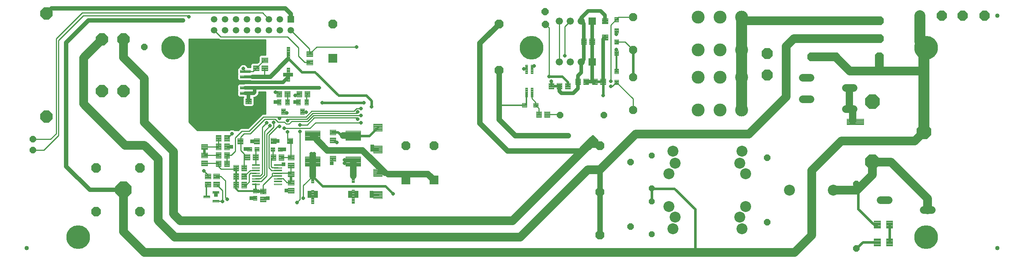
<source format=gtl>
G75*
%MOIN*%
%OFA0B0*%
%FSLAX25Y25*%
%IPPOS*%
%LPD*%
%AMOC8*
5,1,8,0,0,1.08239X$1,22.5*
%
%ADD10C,0.04000*%
%ADD11C,0.00413*%
%ADD12C,0.07087*%
%ADD13OC8,0.06000*%
%ADD14OC8,0.10000*%
%ADD15OC8,0.08268*%
%ADD16OC8,0.13386*%
%ADD17OC8,0.11268*%
%ADD18OC8,0.08600*%
%ADD19OC8,0.15000*%
%ADD20C,0.00394*%
%ADD21C,0.00409*%
%ADD22R,0.06600X0.06600*%
%ADD23C,0.06600*%
%ADD24R,0.05906X0.05906*%
%ADD25C,0.05906*%
%ADD26C,0.00396*%
%ADD27OC8,0.05906*%
%ADD28OC8,0.09055*%
%ADD29OC8,0.06496*%
%ADD30C,0.00406*%
%ADD31C,0.00386*%
%ADD32C,0.00100*%
%ADD33R,0.08268X0.08268*%
%ADD34C,0.00390*%
%ADD35C,0.00433*%
%ADD36C,0.00362*%
%ADD37OC8,0.05400*%
%ADD38C,0.00378*%
%ADD39C,0.11811*%
%ADD40C,0.07677*%
%ADD41C,0.10000*%
%ADD42C,0.00402*%
%ADD43C,0.00425*%
%ADD44C,0.21654*%
%ADD45C,0.08000*%
%ADD46C,0.05000*%
%ADD47C,0.01000*%
%ADD48OC8,0.03175*%
%ADD49C,0.04000*%
%ADD50C,0.01200*%
%ADD51C,0.02400*%
%ADD52C,0.06000*%
%ADD53C,0.01600*%
%ADD54C,0.10000*%
%ADD55C,0.02000*%
%ADD56R,0.03175X0.03175*%
%ADD57C,0.03200*%
%ADD58C,0.06600*%
%ADD59C,0.02800*%
D10*
X0109881Y0069957D03*
X0995707Y0069957D03*
X0995707Y0282555D03*
D11*
X0873488Y0182666D02*
X0858152Y0182666D01*
X0858152Y0188160D01*
X0873488Y0188160D01*
X0873488Y0182666D01*
X0873488Y0183078D02*
X0858152Y0183078D01*
X0858152Y0183490D02*
X0873488Y0183490D01*
X0873488Y0183902D02*
X0858152Y0183902D01*
X0858152Y0184314D02*
X0873488Y0184314D01*
X0873488Y0184726D02*
X0858152Y0184726D01*
X0858152Y0185138D02*
X0873488Y0185138D01*
X0873488Y0185550D02*
X0858152Y0185550D01*
X0858152Y0185962D02*
X0873488Y0185962D01*
X0873488Y0186374D02*
X0858152Y0186374D01*
X0858152Y0186786D02*
X0873488Y0186786D01*
X0873488Y0187198D02*
X0858152Y0187198D01*
X0858152Y0187610D02*
X0873488Y0187610D01*
X0873488Y0188022D02*
X0858152Y0188022D01*
X0858152Y0166131D02*
X0873488Y0166131D01*
X0858152Y0166131D02*
X0858152Y0171625D01*
X0873488Y0171625D01*
X0873488Y0166131D01*
X0873488Y0166543D02*
X0858152Y0166543D01*
X0858152Y0166955D02*
X0873488Y0166955D01*
X0873488Y0167367D02*
X0858152Y0167367D01*
X0858152Y0167779D02*
X0873488Y0167779D01*
X0873488Y0168191D02*
X0858152Y0168191D01*
X0858152Y0168603D02*
X0873488Y0168603D01*
X0873488Y0169015D02*
X0858152Y0169015D01*
X0858152Y0169427D02*
X0873488Y0169427D01*
X0873488Y0169839D02*
X0858152Y0169839D01*
X0858152Y0170251D02*
X0873488Y0170251D01*
X0873488Y0170663D02*
X0858152Y0170663D01*
X0858152Y0171075D02*
X0873488Y0171075D01*
X0873488Y0171487D02*
X0858152Y0171487D01*
D12*
X0857211Y0197118D02*
X0864298Y0197118D01*
X0824928Y0206173D02*
X0817841Y0206173D01*
X0857211Y0216618D02*
X0864298Y0216618D01*
X0824928Y0225673D02*
X0817841Y0225673D01*
X0889091Y0113923D02*
X0896178Y0113923D01*
X0928461Y0104868D02*
X0935548Y0104868D01*
D13*
X0867070Y0128396D03*
X0785570Y0152396D03*
X0660820Y0148646D03*
X0636570Y0191396D03*
X0596570Y0191396D03*
X0785570Y0093396D03*
X0867070Y0069396D03*
X0660820Y0089646D03*
X0217288Y0213927D03*
X0217288Y0253927D03*
D14*
X0785570Y0247988D03*
X0785570Y0228303D03*
D15*
X0826243Y0244860D03*
X0847896Y0244860D03*
X0887820Y0244860D03*
X0887820Y0261396D03*
X0847896Y0261396D03*
X0826243Y0261396D03*
X0826243Y0277931D03*
X0847896Y0277931D03*
X0887820Y0277931D03*
X0540806Y0274882D03*
X0540806Y0232559D03*
X0389231Y0274882D03*
X0455890Y0163632D03*
X0481481Y0163632D03*
X0633056Y0163632D03*
X0633056Y0121309D03*
X0633056Y0081742D03*
D16*
X0881534Y0148697D03*
X0928778Y0176256D03*
X0881534Y0203815D03*
D17*
X0198463Y0213657D03*
X0178778Y0213657D03*
X0127991Y0190035D03*
X0178778Y0260902D03*
X0198463Y0260902D03*
X0127991Y0284524D03*
D18*
X0173424Y0143106D03*
X0213424Y0143106D03*
X0213424Y0103106D03*
X0173424Y0103106D03*
D19*
X0198463Y0123106D03*
D20*
X0320091Y0124210D02*
X0320091Y0120274D01*
X0316549Y0120274D01*
X0316549Y0124210D01*
X0320091Y0124210D01*
X0320091Y0120667D02*
X0316549Y0120667D01*
X0316549Y0121060D02*
X0320091Y0121060D01*
X0320091Y0121453D02*
X0316549Y0121453D01*
X0316549Y0121846D02*
X0320091Y0121846D01*
X0320091Y0122239D02*
X0316549Y0122239D01*
X0316549Y0122632D02*
X0320091Y0122632D01*
X0320091Y0123025D02*
X0316549Y0123025D01*
X0316549Y0123418D02*
X0320091Y0123418D01*
X0320091Y0123811D02*
X0316549Y0123811D01*
X0316549Y0124204D02*
X0320091Y0124204D01*
X0320091Y0117517D02*
X0320091Y0113581D01*
X0316549Y0113581D01*
X0316549Y0117517D01*
X0320091Y0117517D01*
X0320091Y0113974D02*
X0316549Y0113974D01*
X0316549Y0114367D02*
X0320091Y0114367D01*
X0320091Y0114760D02*
X0316549Y0114760D01*
X0316549Y0115153D02*
X0320091Y0115153D01*
X0320091Y0115546D02*
X0316549Y0115546D01*
X0316549Y0115939D02*
X0320091Y0115939D01*
X0320091Y0116332D02*
X0316549Y0116332D01*
X0316549Y0116725D02*
X0320091Y0116725D01*
X0320091Y0117118D02*
X0316549Y0117118D01*
X0316549Y0117511D02*
X0320091Y0117511D01*
X0321884Y0162167D02*
X0317948Y0162167D01*
X0321884Y0162167D02*
X0321884Y0158625D01*
X0317948Y0158625D01*
X0317948Y0162167D01*
X0317948Y0159018D02*
X0321884Y0159018D01*
X0321884Y0159411D02*
X0317948Y0159411D01*
X0317948Y0159804D02*
X0321884Y0159804D01*
X0321884Y0160197D02*
X0317948Y0160197D01*
X0317948Y0160590D02*
X0321884Y0160590D01*
X0321884Y0160983D02*
X0317948Y0160983D01*
X0317948Y0161376D02*
X0321884Y0161376D01*
X0321884Y0161769D02*
X0317948Y0161769D01*
X0317948Y0162162D02*
X0321884Y0162162D01*
X0315191Y0162167D02*
X0311255Y0162167D01*
X0315191Y0162167D02*
X0315191Y0158625D01*
X0311255Y0158625D01*
X0311255Y0162167D01*
X0311255Y0159018D02*
X0315191Y0159018D01*
X0315191Y0159411D02*
X0311255Y0159411D01*
X0311255Y0159804D02*
X0315191Y0159804D01*
X0315191Y0160197D02*
X0311255Y0160197D01*
X0311255Y0160590D02*
X0315191Y0160590D01*
X0315191Y0160983D02*
X0311255Y0160983D01*
X0311255Y0161376D02*
X0315191Y0161376D01*
X0315191Y0161769D02*
X0311255Y0161769D01*
X0311255Y0162162D02*
X0315191Y0162162D01*
X0332505Y0158375D02*
X0336441Y0158375D01*
X0332505Y0158375D02*
X0332505Y0161917D01*
X0336441Y0161917D01*
X0336441Y0158375D01*
X0336441Y0158768D02*
X0332505Y0158768D01*
X0332505Y0159161D02*
X0336441Y0159161D01*
X0336441Y0159554D02*
X0332505Y0159554D01*
X0332505Y0159947D02*
X0336441Y0159947D01*
X0336441Y0160340D02*
X0332505Y0160340D01*
X0332505Y0160733D02*
X0336441Y0160733D01*
X0336441Y0161126D02*
X0332505Y0161126D01*
X0332505Y0161519D02*
X0336441Y0161519D01*
X0336441Y0161912D02*
X0332505Y0161912D01*
X0339198Y0158375D02*
X0343134Y0158375D01*
X0339198Y0158375D02*
X0339198Y0161917D01*
X0343134Y0161917D01*
X0343134Y0158375D01*
X0343134Y0158768D02*
X0339198Y0158768D01*
X0339198Y0159161D02*
X0343134Y0159161D01*
X0343134Y0159554D02*
X0339198Y0159554D01*
X0339198Y0159947D02*
X0343134Y0159947D01*
X0343134Y0160340D02*
X0339198Y0160340D01*
X0339198Y0160733D02*
X0343134Y0160733D01*
X0343134Y0161126D02*
X0339198Y0161126D01*
X0339198Y0161519D02*
X0343134Y0161519D01*
X0343134Y0161912D02*
X0339198Y0161912D01*
X0342299Y0197374D02*
X0345841Y0197374D01*
X0345841Y0192256D01*
X0342299Y0192256D01*
X0342299Y0197374D01*
X0342299Y0192649D02*
X0345841Y0192649D01*
X0345841Y0193042D02*
X0342299Y0193042D01*
X0342299Y0193435D02*
X0345841Y0193435D01*
X0345841Y0193828D02*
X0342299Y0193828D01*
X0342299Y0194221D02*
X0345841Y0194221D01*
X0345841Y0194614D02*
X0342299Y0194614D01*
X0342299Y0195007D02*
X0345841Y0195007D01*
X0345841Y0195400D02*
X0342299Y0195400D01*
X0342299Y0195793D02*
X0345841Y0195793D01*
X0345841Y0196186D02*
X0342299Y0196186D01*
X0342299Y0196579D02*
X0345841Y0196579D01*
X0345841Y0196972D02*
X0342299Y0196972D01*
X0342299Y0197365D02*
X0345841Y0197365D01*
X0346039Y0206035D02*
X0349581Y0206035D01*
X0349581Y0200917D01*
X0346039Y0200917D01*
X0346039Y0206035D01*
X0346039Y0201310D02*
X0349581Y0201310D01*
X0349581Y0201703D02*
X0346039Y0201703D01*
X0346039Y0202096D02*
X0349581Y0202096D01*
X0349581Y0202489D02*
X0346039Y0202489D01*
X0346039Y0202882D02*
X0349581Y0202882D01*
X0349581Y0203275D02*
X0346039Y0203275D01*
X0346039Y0203668D02*
X0349581Y0203668D01*
X0349581Y0204061D02*
X0346039Y0204061D01*
X0346039Y0204454D02*
X0349581Y0204454D01*
X0349581Y0204847D02*
X0346039Y0204847D01*
X0346039Y0205240D02*
X0349581Y0205240D01*
X0349581Y0205633D02*
X0346039Y0205633D01*
X0346039Y0206026D02*
X0349581Y0206026D01*
X0356058Y0206035D02*
X0359600Y0206035D01*
X0359600Y0200917D01*
X0356058Y0200917D01*
X0356058Y0206035D01*
X0356058Y0201310D02*
X0359600Y0201310D01*
X0359600Y0201703D02*
X0356058Y0201703D01*
X0356058Y0202096D02*
X0359600Y0202096D01*
X0359600Y0202489D02*
X0356058Y0202489D01*
X0356058Y0202882D02*
X0359600Y0202882D01*
X0359600Y0203275D02*
X0356058Y0203275D01*
X0356058Y0203668D02*
X0359600Y0203668D01*
X0359600Y0204061D02*
X0356058Y0204061D01*
X0356058Y0204454D02*
X0359600Y0204454D01*
X0359600Y0204847D02*
X0356058Y0204847D01*
X0356058Y0205240D02*
X0359600Y0205240D01*
X0359600Y0205633D02*
X0356058Y0205633D01*
X0356058Y0206026D02*
X0359600Y0206026D01*
X0363539Y0206035D02*
X0367081Y0206035D01*
X0367081Y0200917D01*
X0363539Y0200917D01*
X0363539Y0206035D01*
X0363539Y0201310D02*
X0367081Y0201310D01*
X0367081Y0201703D02*
X0363539Y0201703D01*
X0363539Y0202096D02*
X0367081Y0202096D01*
X0367081Y0202489D02*
X0363539Y0202489D01*
X0363539Y0202882D02*
X0367081Y0202882D01*
X0367081Y0203275D02*
X0363539Y0203275D01*
X0363539Y0203668D02*
X0367081Y0203668D01*
X0367081Y0204061D02*
X0363539Y0204061D01*
X0363539Y0204454D02*
X0367081Y0204454D01*
X0367081Y0204847D02*
X0363539Y0204847D01*
X0363539Y0205240D02*
X0367081Y0205240D01*
X0367081Y0205633D02*
X0363539Y0205633D01*
X0363539Y0206026D02*
X0367081Y0206026D01*
X0363341Y0197374D02*
X0359799Y0197374D01*
X0363341Y0197374D02*
X0363341Y0192256D01*
X0359799Y0192256D01*
X0359799Y0197374D01*
X0359799Y0192649D02*
X0363341Y0192649D01*
X0363341Y0193042D02*
X0359799Y0193042D01*
X0359799Y0193435D02*
X0363341Y0193435D01*
X0363341Y0193828D02*
X0359799Y0193828D01*
X0359799Y0194221D02*
X0363341Y0194221D01*
X0363341Y0194614D02*
X0359799Y0194614D01*
X0359799Y0195007D02*
X0363341Y0195007D01*
X0363341Y0195400D02*
X0359799Y0195400D01*
X0359799Y0195793D02*
X0363341Y0195793D01*
X0363341Y0196186D02*
X0359799Y0196186D01*
X0359799Y0196579D02*
X0363341Y0196579D01*
X0363341Y0196972D02*
X0359799Y0196972D01*
X0359799Y0197365D02*
X0363341Y0197365D01*
X0342100Y0206035D02*
X0338558Y0206035D01*
X0342100Y0206035D02*
X0342100Y0200917D01*
X0338558Y0200917D01*
X0338558Y0206035D01*
X0338558Y0201310D02*
X0342100Y0201310D01*
X0342100Y0201703D02*
X0338558Y0201703D01*
X0338558Y0202096D02*
X0342100Y0202096D01*
X0342100Y0202489D02*
X0338558Y0202489D01*
X0338558Y0202882D02*
X0342100Y0202882D01*
X0342100Y0203275D02*
X0338558Y0203275D01*
X0338558Y0203668D02*
X0342100Y0203668D01*
X0342100Y0204061D02*
X0338558Y0204061D01*
X0338558Y0204454D02*
X0342100Y0204454D01*
X0342100Y0204847D02*
X0338558Y0204847D01*
X0338558Y0205240D02*
X0342100Y0205240D01*
X0342100Y0205633D02*
X0338558Y0205633D01*
X0338558Y0206026D02*
X0342100Y0206026D01*
X0562036Y0198875D02*
X0566366Y0198875D01*
X0562036Y0198875D02*
X0562036Y0202417D01*
X0566366Y0202417D01*
X0566366Y0198875D01*
X0566366Y0199268D02*
X0562036Y0199268D01*
X0562036Y0199661D02*
X0566366Y0199661D01*
X0566366Y0200054D02*
X0562036Y0200054D01*
X0562036Y0200447D02*
X0566366Y0200447D01*
X0566366Y0200840D02*
X0562036Y0200840D01*
X0562036Y0201233D02*
X0566366Y0201233D01*
X0566366Y0201626D02*
X0562036Y0201626D01*
X0562036Y0202019D02*
X0566366Y0202019D01*
X0566366Y0202412D02*
X0562036Y0202412D01*
X0572273Y0198875D02*
X0576603Y0198875D01*
X0572273Y0198875D02*
X0572273Y0202417D01*
X0576603Y0202417D01*
X0576603Y0198875D01*
X0576603Y0199268D02*
X0572273Y0199268D01*
X0572273Y0199661D02*
X0576603Y0199661D01*
X0576603Y0200054D02*
X0572273Y0200054D01*
X0572273Y0200447D02*
X0576603Y0200447D01*
X0576603Y0200840D02*
X0572273Y0200840D01*
X0572273Y0201233D02*
X0576603Y0201233D01*
X0576603Y0201626D02*
X0572273Y0201626D01*
X0572273Y0202019D02*
X0576603Y0202019D01*
X0576603Y0202412D02*
X0572273Y0202412D01*
X0646299Y0219363D02*
X0646299Y0223693D01*
X0649841Y0223693D01*
X0649841Y0219363D01*
X0646299Y0219363D01*
X0646299Y0219756D02*
X0649841Y0219756D01*
X0649841Y0220149D02*
X0646299Y0220149D01*
X0646299Y0220542D02*
X0649841Y0220542D01*
X0649841Y0220935D02*
X0646299Y0220935D01*
X0646299Y0221328D02*
X0649841Y0221328D01*
X0649841Y0221721D02*
X0646299Y0221721D01*
X0646299Y0222114D02*
X0649841Y0222114D01*
X0649841Y0222507D02*
X0646299Y0222507D01*
X0646299Y0222900D02*
X0649841Y0222900D01*
X0649841Y0223293D02*
X0646299Y0223293D01*
X0646299Y0223686D02*
X0649841Y0223686D01*
X0646299Y0229599D02*
X0646299Y0233929D01*
X0649841Y0233929D01*
X0649841Y0229599D01*
X0646299Y0229599D01*
X0646299Y0229992D02*
X0649841Y0229992D01*
X0649841Y0230385D02*
X0646299Y0230385D01*
X0646299Y0230778D02*
X0649841Y0230778D01*
X0649841Y0231171D02*
X0646299Y0231171D01*
X0646299Y0231564D02*
X0649841Y0231564D01*
X0649841Y0231957D02*
X0646299Y0231957D01*
X0646299Y0232350D02*
X0649841Y0232350D01*
X0649841Y0232743D02*
X0646299Y0232743D01*
X0646299Y0233136D02*
X0649841Y0233136D01*
X0649841Y0233529D02*
X0646299Y0233529D01*
X0646299Y0233922D02*
X0649841Y0233922D01*
X0649841Y0246113D02*
X0649841Y0250443D01*
X0649841Y0246113D02*
X0646299Y0246113D01*
X0646299Y0250443D01*
X0649841Y0250443D01*
X0649841Y0246506D02*
X0646299Y0246506D01*
X0646299Y0246899D02*
X0649841Y0246899D01*
X0649841Y0247292D02*
X0646299Y0247292D01*
X0646299Y0247685D02*
X0649841Y0247685D01*
X0649841Y0248078D02*
X0646299Y0248078D01*
X0646299Y0248471D02*
X0649841Y0248471D01*
X0649841Y0248864D02*
X0646299Y0248864D01*
X0646299Y0249257D02*
X0649841Y0249257D01*
X0649841Y0249650D02*
X0646299Y0249650D01*
X0646299Y0250043D02*
X0649841Y0250043D01*
X0649841Y0250436D02*
X0646299Y0250436D01*
X0649841Y0256349D02*
X0649841Y0260679D01*
X0649841Y0256349D02*
X0646299Y0256349D01*
X0646299Y0260679D01*
X0649841Y0260679D01*
X0649841Y0256742D02*
X0646299Y0256742D01*
X0646299Y0257135D02*
X0649841Y0257135D01*
X0649841Y0257528D02*
X0646299Y0257528D01*
X0646299Y0257921D02*
X0649841Y0257921D01*
X0649841Y0258314D02*
X0646299Y0258314D01*
X0646299Y0258707D02*
X0649841Y0258707D01*
X0649841Y0259100D02*
X0646299Y0259100D01*
X0646299Y0259493D02*
X0649841Y0259493D01*
X0649841Y0259886D02*
X0646299Y0259886D01*
X0646299Y0260279D02*
X0649841Y0260279D01*
X0649841Y0260672D02*
X0646299Y0260672D01*
X0649841Y0266613D02*
X0649841Y0270943D01*
X0649841Y0266613D02*
X0646299Y0266613D01*
X0646299Y0270943D01*
X0649841Y0270943D01*
X0649841Y0267006D02*
X0646299Y0267006D01*
X0646299Y0267399D02*
X0649841Y0267399D01*
X0649841Y0267792D02*
X0646299Y0267792D01*
X0646299Y0268185D02*
X0649841Y0268185D01*
X0649841Y0268578D02*
X0646299Y0268578D01*
X0646299Y0268971D02*
X0649841Y0268971D01*
X0649841Y0269364D02*
X0646299Y0269364D01*
X0646299Y0269757D02*
X0649841Y0269757D01*
X0649841Y0270150D02*
X0646299Y0270150D01*
X0646299Y0270543D02*
X0649841Y0270543D01*
X0649841Y0270936D02*
X0646299Y0270936D01*
X0649841Y0276849D02*
X0649841Y0281179D01*
X0649841Y0276849D02*
X0646299Y0276849D01*
X0646299Y0281179D01*
X0649841Y0281179D01*
X0649841Y0277242D02*
X0646299Y0277242D01*
X0646299Y0277635D02*
X0649841Y0277635D01*
X0649841Y0278028D02*
X0646299Y0278028D01*
X0646299Y0278421D02*
X0649841Y0278421D01*
X0649841Y0278814D02*
X0646299Y0278814D01*
X0646299Y0279207D02*
X0649841Y0279207D01*
X0649841Y0279600D02*
X0646299Y0279600D01*
X0646299Y0279993D02*
X0649841Y0279993D01*
X0649841Y0280386D02*
X0646299Y0280386D01*
X0646299Y0280779D02*
X0649841Y0280779D01*
X0649841Y0281172D02*
X0646299Y0281172D01*
D21*
X0628165Y0256147D02*
X0623455Y0256147D01*
X0623455Y0261645D01*
X0628165Y0261645D01*
X0628165Y0256147D01*
X0628165Y0256555D02*
X0623455Y0256555D01*
X0623455Y0256963D02*
X0628165Y0256963D01*
X0628165Y0257371D02*
X0623455Y0257371D01*
X0623455Y0257779D02*
X0628165Y0257779D01*
X0628165Y0258187D02*
X0623455Y0258187D01*
X0623455Y0258595D02*
X0628165Y0258595D01*
X0628165Y0259003D02*
X0623455Y0259003D01*
X0623455Y0259411D02*
X0628165Y0259411D01*
X0628165Y0259819D02*
X0623455Y0259819D01*
X0623455Y0260227D02*
X0628165Y0260227D01*
X0628165Y0260635D02*
X0623455Y0260635D01*
X0623455Y0261043D02*
X0628165Y0261043D01*
X0628165Y0261451D02*
X0623455Y0261451D01*
X0620684Y0256147D02*
X0615974Y0256147D01*
X0615974Y0261645D01*
X0620684Y0261645D01*
X0620684Y0256147D01*
X0620684Y0256555D02*
X0615974Y0256555D01*
X0615974Y0256963D02*
X0620684Y0256963D01*
X0620684Y0257371D02*
X0615974Y0257371D01*
X0615974Y0257779D02*
X0620684Y0257779D01*
X0620684Y0258187D02*
X0615974Y0258187D01*
X0615974Y0258595D02*
X0620684Y0258595D01*
X0620684Y0259003D02*
X0615974Y0259003D01*
X0615974Y0259411D02*
X0620684Y0259411D01*
X0620684Y0259819D02*
X0615974Y0259819D01*
X0615974Y0260227D02*
X0620684Y0260227D01*
X0620684Y0260635D02*
X0615974Y0260635D01*
X0615974Y0261043D02*
X0620684Y0261043D01*
X0620684Y0261451D02*
X0615974Y0261451D01*
X0615184Y0219397D02*
X0610474Y0219397D01*
X0610474Y0224895D01*
X0615184Y0224895D01*
X0615184Y0219397D01*
X0615184Y0219805D02*
X0610474Y0219805D01*
X0610474Y0220213D02*
X0615184Y0220213D01*
X0615184Y0220621D02*
X0610474Y0220621D01*
X0610474Y0221029D02*
X0615184Y0221029D01*
X0615184Y0221437D02*
X0610474Y0221437D01*
X0610474Y0221845D02*
X0615184Y0221845D01*
X0615184Y0222253D02*
X0610474Y0222253D01*
X0610474Y0222661D02*
X0615184Y0222661D01*
X0615184Y0223069D02*
X0610474Y0223069D01*
X0610474Y0223477D02*
X0615184Y0223477D01*
X0615184Y0223885D02*
X0610474Y0223885D01*
X0610474Y0224293D02*
X0615184Y0224293D01*
X0615184Y0224701D02*
X0610474Y0224701D01*
X0617955Y0219397D02*
X0622665Y0219397D01*
X0617955Y0219397D02*
X0617955Y0224895D01*
X0622665Y0224895D01*
X0622665Y0219397D01*
X0622665Y0219805D02*
X0617955Y0219805D01*
X0617955Y0220213D02*
X0622665Y0220213D01*
X0622665Y0220621D02*
X0617955Y0220621D01*
X0617955Y0221029D02*
X0622665Y0221029D01*
X0622665Y0221437D02*
X0617955Y0221437D01*
X0617955Y0221845D02*
X0622665Y0221845D01*
X0622665Y0222253D02*
X0617955Y0222253D01*
X0617955Y0222661D02*
X0622665Y0222661D01*
X0622665Y0223069D02*
X0617955Y0223069D01*
X0617955Y0223477D02*
X0622665Y0223477D01*
X0622665Y0223885D02*
X0617955Y0223885D01*
X0617955Y0224293D02*
X0622665Y0224293D01*
X0622665Y0224701D02*
X0617955Y0224701D01*
X0625974Y0224895D02*
X0630684Y0224895D01*
X0630684Y0219397D01*
X0625974Y0219397D01*
X0625974Y0224895D01*
X0625974Y0219805D02*
X0630684Y0219805D01*
X0630684Y0220213D02*
X0625974Y0220213D01*
X0625974Y0220621D02*
X0630684Y0220621D01*
X0630684Y0221029D02*
X0625974Y0221029D01*
X0625974Y0221437D02*
X0630684Y0221437D01*
X0630684Y0221845D02*
X0625974Y0221845D01*
X0625974Y0222253D02*
X0630684Y0222253D01*
X0630684Y0222661D02*
X0625974Y0222661D01*
X0625974Y0223069D02*
X0630684Y0223069D01*
X0630684Y0223477D02*
X0625974Y0223477D01*
X0625974Y0223885D02*
X0630684Y0223885D01*
X0630684Y0224293D02*
X0625974Y0224293D01*
X0625974Y0224701D02*
X0630684Y0224701D01*
X0633455Y0224895D02*
X0638165Y0224895D01*
X0638165Y0219397D01*
X0633455Y0219397D01*
X0633455Y0224895D01*
X0633455Y0219805D02*
X0638165Y0219805D01*
X0638165Y0220213D02*
X0633455Y0220213D01*
X0633455Y0220621D02*
X0638165Y0220621D01*
X0638165Y0221029D02*
X0633455Y0221029D01*
X0633455Y0221437D02*
X0638165Y0221437D01*
X0638165Y0221845D02*
X0633455Y0221845D01*
X0633455Y0222253D02*
X0638165Y0222253D01*
X0638165Y0222661D02*
X0633455Y0222661D01*
X0633455Y0223069D02*
X0638165Y0223069D01*
X0638165Y0223477D02*
X0633455Y0223477D01*
X0633455Y0223885D02*
X0638165Y0223885D01*
X0638165Y0224293D02*
X0633455Y0224293D01*
X0633455Y0224701D02*
X0638165Y0224701D01*
X0605905Y0220895D02*
X0601195Y0220895D01*
X0605905Y0220895D02*
X0605905Y0215397D01*
X0601195Y0215397D01*
X0601195Y0220895D01*
X0601195Y0215805D02*
X0605905Y0215805D01*
X0605905Y0216213D02*
X0601195Y0216213D01*
X0601195Y0216621D02*
X0605905Y0216621D01*
X0605905Y0217029D02*
X0601195Y0217029D01*
X0601195Y0217437D02*
X0605905Y0217437D01*
X0605905Y0217845D02*
X0601195Y0217845D01*
X0601195Y0218253D02*
X0605905Y0218253D01*
X0605905Y0218661D02*
X0601195Y0218661D01*
X0601195Y0219069D02*
X0605905Y0219069D01*
X0605905Y0219477D02*
X0601195Y0219477D01*
X0601195Y0219885D02*
X0605905Y0219885D01*
X0605905Y0220293D02*
X0601195Y0220293D01*
X0601195Y0220701D02*
X0605905Y0220701D01*
X0598425Y0220895D02*
X0593715Y0220895D01*
X0598425Y0220895D02*
X0598425Y0215397D01*
X0593715Y0215397D01*
X0593715Y0220895D01*
X0593715Y0215805D02*
X0598425Y0215805D01*
X0598425Y0216213D02*
X0593715Y0216213D01*
X0593715Y0216621D02*
X0598425Y0216621D01*
X0598425Y0217029D02*
X0593715Y0217029D01*
X0593715Y0217437D02*
X0598425Y0217437D01*
X0598425Y0217845D02*
X0593715Y0217845D01*
X0593715Y0218253D02*
X0598425Y0218253D01*
X0598425Y0218661D02*
X0593715Y0218661D01*
X0593715Y0219069D02*
X0598425Y0219069D01*
X0598425Y0219477D02*
X0593715Y0219477D01*
X0593715Y0219885D02*
X0598425Y0219885D01*
X0598425Y0220293D02*
X0593715Y0220293D01*
X0593715Y0220701D02*
X0598425Y0220701D01*
X0590944Y0220895D02*
X0586234Y0220895D01*
X0590944Y0220895D02*
X0590944Y0215397D01*
X0586234Y0215397D01*
X0586234Y0220895D01*
X0586234Y0215805D02*
X0590944Y0215805D01*
X0590944Y0216213D02*
X0586234Y0216213D01*
X0586234Y0216621D02*
X0590944Y0216621D01*
X0590944Y0217029D02*
X0586234Y0217029D01*
X0586234Y0217437D02*
X0590944Y0217437D01*
X0590944Y0217845D02*
X0586234Y0217845D01*
X0586234Y0218253D02*
X0590944Y0218253D01*
X0590944Y0218661D02*
X0586234Y0218661D01*
X0586234Y0219069D02*
X0590944Y0219069D01*
X0590944Y0219477D02*
X0586234Y0219477D01*
X0586234Y0219885D02*
X0590944Y0219885D01*
X0590944Y0220293D02*
X0586234Y0220293D01*
X0586234Y0220701D02*
X0590944Y0220701D01*
X0587165Y0194895D02*
X0582455Y0194895D01*
X0587165Y0194895D02*
X0587165Y0189397D01*
X0582455Y0189397D01*
X0582455Y0194895D01*
X0582455Y0189805D02*
X0587165Y0189805D01*
X0587165Y0190213D02*
X0582455Y0190213D01*
X0582455Y0190621D02*
X0587165Y0190621D01*
X0587165Y0191029D02*
X0582455Y0191029D01*
X0582455Y0191437D02*
X0587165Y0191437D01*
X0587165Y0191845D02*
X0582455Y0191845D01*
X0582455Y0192253D02*
X0587165Y0192253D01*
X0587165Y0192661D02*
X0582455Y0192661D01*
X0582455Y0193069D02*
X0587165Y0193069D01*
X0587165Y0193477D02*
X0582455Y0193477D01*
X0582455Y0193885D02*
X0587165Y0193885D01*
X0587165Y0194293D02*
X0582455Y0194293D01*
X0582455Y0194701D02*
X0587165Y0194701D01*
X0579684Y0194895D02*
X0574974Y0194895D01*
X0579684Y0194895D02*
X0579684Y0189397D01*
X0574974Y0189397D01*
X0574974Y0194895D01*
X0574974Y0189805D02*
X0579684Y0189805D01*
X0579684Y0190213D02*
X0574974Y0190213D01*
X0574974Y0190621D02*
X0579684Y0190621D01*
X0579684Y0191029D02*
X0574974Y0191029D01*
X0574974Y0191437D02*
X0579684Y0191437D01*
X0579684Y0191845D02*
X0574974Y0191845D01*
X0574974Y0192253D02*
X0579684Y0192253D01*
X0579684Y0192661D02*
X0574974Y0192661D01*
X0574974Y0193069D02*
X0579684Y0193069D01*
X0579684Y0193477D02*
X0574974Y0193477D01*
X0574974Y0193885D02*
X0579684Y0193885D01*
X0579684Y0194293D02*
X0574974Y0194293D01*
X0574974Y0194701D02*
X0579684Y0194701D01*
X0386571Y0178241D02*
X0386571Y0173531D01*
X0386571Y0178241D02*
X0392069Y0178241D01*
X0392069Y0173531D01*
X0386571Y0173531D01*
X0386571Y0173939D02*
X0392069Y0173939D01*
X0392069Y0174347D02*
X0386571Y0174347D01*
X0386571Y0174755D02*
X0392069Y0174755D01*
X0392069Y0175163D02*
X0386571Y0175163D01*
X0386571Y0175571D02*
X0392069Y0175571D01*
X0392069Y0175979D02*
X0386571Y0175979D01*
X0386571Y0176387D02*
X0392069Y0176387D01*
X0392069Y0176795D02*
X0386571Y0176795D01*
X0386571Y0177203D02*
X0392069Y0177203D01*
X0392069Y0177611D02*
X0386571Y0177611D01*
X0386571Y0178019D02*
X0392069Y0178019D01*
X0386571Y0170761D02*
X0386571Y0166051D01*
X0386571Y0170761D02*
X0392069Y0170761D01*
X0392069Y0166051D01*
X0386571Y0166051D01*
X0386571Y0166459D02*
X0392069Y0166459D01*
X0392069Y0166867D02*
X0386571Y0166867D01*
X0386571Y0167275D02*
X0392069Y0167275D01*
X0392069Y0167683D02*
X0386571Y0167683D01*
X0386571Y0168091D02*
X0392069Y0168091D01*
X0392069Y0168499D02*
X0386571Y0168499D01*
X0386571Y0168907D02*
X0392069Y0168907D01*
X0392069Y0169315D02*
X0386571Y0169315D01*
X0386571Y0169723D02*
X0392069Y0169723D01*
X0392069Y0170131D02*
X0386571Y0170131D01*
X0386571Y0170539D02*
X0392069Y0170539D01*
X0386571Y0161491D02*
X0386571Y0156781D01*
X0386571Y0161491D02*
X0392069Y0161491D01*
X0392069Y0156781D01*
X0386571Y0156781D01*
X0386571Y0157189D02*
X0392069Y0157189D01*
X0392069Y0157597D02*
X0386571Y0157597D01*
X0386571Y0158005D02*
X0392069Y0158005D01*
X0392069Y0158413D02*
X0386571Y0158413D01*
X0386571Y0158821D02*
X0392069Y0158821D01*
X0392069Y0159229D02*
X0386571Y0159229D01*
X0386571Y0159637D02*
X0392069Y0159637D01*
X0392069Y0160045D02*
X0386571Y0160045D01*
X0386571Y0160453D02*
X0392069Y0160453D01*
X0392069Y0160861D02*
X0386571Y0160861D01*
X0386571Y0161269D02*
X0392069Y0161269D01*
X0386571Y0154011D02*
X0386571Y0149301D01*
X0386571Y0154011D02*
X0392069Y0154011D01*
X0392069Y0149301D01*
X0386571Y0149301D01*
X0386571Y0149709D02*
X0392069Y0149709D01*
X0392069Y0150117D02*
X0386571Y0150117D01*
X0386571Y0150525D02*
X0392069Y0150525D01*
X0392069Y0150933D02*
X0386571Y0150933D01*
X0386571Y0151341D02*
X0392069Y0151341D01*
X0392069Y0151749D02*
X0386571Y0151749D01*
X0386571Y0152157D02*
X0392069Y0152157D01*
X0392069Y0152565D02*
X0386571Y0152565D01*
X0386571Y0152973D02*
X0392069Y0152973D01*
X0392069Y0153381D02*
X0386571Y0153381D01*
X0386571Y0153789D02*
X0392069Y0153789D01*
X0348321Y0155241D02*
X0348321Y0150531D01*
X0348321Y0155241D02*
X0353819Y0155241D01*
X0353819Y0150531D01*
X0348321Y0150531D01*
X0348321Y0150939D02*
X0353819Y0150939D01*
X0353819Y0151347D02*
X0348321Y0151347D01*
X0348321Y0151755D02*
X0353819Y0151755D01*
X0353819Y0152163D02*
X0348321Y0152163D01*
X0348321Y0152571D02*
X0353819Y0152571D01*
X0353819Y0152979D02*
X0348321Y0152979D01*
X0348321Y0153387D02*
X0353819Y0153387D01*
X0353819Y0153795D02*
X0348321Y0153795D01*
X0348321Y0154203D02*
X0353819Y0154203D01*
X0353819Y0154611D02*
X0348321Y0154611D01*
X0348321Y0155019D02*
X0353819Y0155019D01*
X0344665Y0150147D02*
X0339955Y0150147D01*
X0339955Y0155645D01*
X0344665Y0155645D01*
X0344665Y0150147D01*
X0344665Y0150555D02*
X0339955Y0150555D01*
X0339955Y0150963D02*
X0344665Y0150963D01*
X0344665Y0151371D02*
X0339955Y0151371D01*
X0339955Y0151779D02*
X0344665Y0151779D01*
X0344665Y0152187D02*
X0339955Y0152187D01*
X0339955Y0152595D02*
X0344665Y0152595D01*
X0344665Y0153003D02*
X0339955Y0153003D01*
X0339955Y0153411D02*
X0344665Y0153411D01*
X0344665Y0153819D02*
X0339955Y0153819D01*
X0339955Y0154227D02*
X0344665Y0154227D01*
X0344665Y0154635D02*
X0339955Y0154635D01*
X0339955Y0155043D02*
X0344665Y0155043D01*
X0344665Y0155451D02*
X0339955Y0155451D01*
X0337184Y0150147D02*
X0332474Y0150147D01*
X0332474Y0155645D01*
X0337184Y0155645D01*
X0337184Y0150147D01*
X0337184Y0150555D02*
X0332474Y0150555D01*
X0332474Y0150963D02*
X0337184Y0150963D01*
X0337184Y0151371D02*
X0332474Y0151371D01*
X0332474Y0151779D02*
X0337184Y0151779D01*
X0337184Y0152187D02*
X0332474Y0152187D01*
X0332474Y0152595D02*
X0337184Y0152595D01*
X0337184Y0153003D02*
X0332474Y0153003D01*
X0332474Y0153411D02*
X0337184Y0153411D01*
X0337184Y0153819D02*
X0332474Y0153819D01*
X0332474Y0154227D02*
X0337184Y0154227D01*
X0337184Y0154635D02*
X0332474Y0154635D01*
X0332474Y0155043D02*
X0337184Y0155043D01*
X0337184Y0155451D02*
X0332474Y0155451D01*
X0321165Y0155895D02*
X0316455Y0155895D01*
X0321165Y0155895D02*
X0321165Y0150397D01*
X0316455Y0150397D01*
X0316455Y0155895D01*
X0316455Y0150805D02*
X0321165Y0150805D01*
X0321165Y0151213D02*
X0316455Y0151213D01*
X0316455Y0151621D02*
X0321165Y0151621D01*
X0321165Y0152029D02*
X0316455Y0152029D01*
X0316455Y0152437D02*
X0321165Y0152437D01*
X0321165Y0152845D02*
X0316455Y0152845D01*
X0316455Y0153253D02*
X0321165Y0153253D01*
X0321165Y0153661D02*
X0316455Y0153661D01*
X0316455Y0154069D02*
X0321165Y0154069D01*
X0321165Y0154477D02*
X0316455Y0154477D01*
X0316455Y0154885D02*
X0321165Y0154885D01*
X0321165Y0155293D02*
X0316455Y0155293D01*
X0316455Y0155701D02*
X0321165Y0155701D01*
X0313684Y0155895D02*
X0308974Y0155895D01*
X0313684Y0155895D02*
X0313684Y0150397D01*
X0308974Y0150397D01*
X0308974Y0155895D01*
X0308974Y0150805D02*
X0313684Y0150805D01*
X0313684Y0151213D02*
X0308974Y0151213D01*
X0308974Y0151621D02*
X0313684Y0151621D01*
X0313684Y0152029D02*
X0308974Y0152029D01*
X0308974Y0152437D02*
X0313684Y0152437D01*
X0313684Y0152845D02*
X0308974Y0152845D01*
X0308974Y0153253D02*
X0313684Y0153253D01*
X0313684Y0153661D02*
X0308974Y0153661D01*
X0308974Y0154069D02*
X0313684Y0154069D01*
X0313684Y0154477D02*
X0308974Y0154477D01*
X0308974Y0154885D02*
X0313684Y0154885D01*
X0313684Y0155293D02*
X0308974Y0155293D01*
X0308974Y0155701D02*
X0313684Y0155701D01*
X0294915Y0152147D02*
X0290205Y0152147D01*
X0290205Y0157645D01*
X0294915Y0157645D01*
X0294915Y0152147D01*
X0294915Y0152555D02*
X0290205Y0152555D01*
X0290205Y0152963D02*
X0294915Y0152963D01*
X0294915Y0153371D02*
X0290205Y0153371D01*
X0290205Y0153779D02*
X0294915Y0153779D01*
X0294915Y0154187D02*
X0290205Y0154187D01*
X0290205Y0154595D02*
X0294915Y0154595D01*
X0294915Y0155003D02*
X0290205Y0155003D01*
X0290205Y0155411D02*
X0294915Y0155411D01*
X0294915Y0155819D02*
X0290205Y0155819D01*
X0290205Y0156227D02*
X0294915Y0156227D01*
X0294915Y0156635D02*
X0290205Y0156635D01*
X0290205Y0157043D02*
X0294915Y0157043D01*
X0294915Y0157451D02*
X0290205Y0157451D01*
X0287434Y0152147D02*
X0282724Y0152147D01*
X0282724Y0157645D01*
X0287434Y0157645D01*
X0287434Y0152147D01*
X0287434Y0152555D02*
X0282724Y0152555D01*
X0282724Y0152963D02*
X0287434Y0152963D01*
X0287434Y0153371D02*
X0282724Y0153371D01*
X0282724Y0153779D02*
X0287434Y0153779D01*
X0287434Y0154187D02*
X0282724Y0154187D01*
X0282724Y0154595D02*
X0287434Y0154595D01*
X0287434Y0155003D02*
X0282724Y0155003D01*
X0282724Y0155411D02*
X0287434Y0155411D01*
X0287434Y0155819D02*
X0282724Y0155819D01*
X0282724Y0156227D02*
X0287434Y0156227D01*
X0287434Y0156635D02*
X0282724Y0156635D01*
X0282724Y0157043D02*
X0287434Y0157043D01*
X0287434Y0157451D02*
X0282724Y0157451D01*
X0274819Y0157251D02*
X0274819Y0152541D01*
X0269321Y0152541D01*
X0269321Y0157251D01*
X0274819Y0157251D01*
X0274819Y0152949D02*
X0269321Y0152949D01*
X0269321Y0153357D02*
X0274819Y0153357D01*
X0274819Y0153765D02*
X0269321Y0153765D01*
X0269321Y0154173D02*
X0274819Y0154173D01*
X0274819Y0154581D02*
X0269321Y0154581D01*
X0269321Y0154989D02*
X0274819Y0154989D01*
X0274819Y0155397D02*
X0269321Y0155397D01*
X0269321Y0155805D02*
X0274819Y0155805D01*
X0274819Y0156213D02*
X0269321Y0156213D01*
X0269321Y0156621D02*
X0274819Y0156621D01*
X0274819Y0157029D02*
X0269321Y0157029D01*
X0274819Y0160021D02*
X0274819Y0164731D01*
X0274819Y0160021D02*
X0269321Y0160021D01*
X0269321Y0164731D01*
X0274819Y0164731D01*
X0274819Y0160429D02*
X0269321Y0160429D01*
X0269321Y0160837D02*
X0274819Y0160837D01*
X0274819Y0161245D02*
X0269321Y0161245D01*
X0269321Y0161653D02*
X0274819Y0161653D01*
X0274819Y0162061D02*
X0269321Y0162061D01*
X0269321Y0162469D02*
X0274819Y0162469D01*
X0274819Y0162877D02*
X0269321Y0162877D01*
X0269321Y0163285D02*
X0274819Y0163285D01*
X0274819Y0163693D02*
X0269321Y0163693D01*
X0269321Y0164101D02*
X0274819Y0164101D01*
X0274819Y0164509D02*
X0269321Y0164509D01*
X0282724Y0159897D02*
X0287434Y0159897D01*
X0282724Y0159897D02*
X0282724Y0165395D01*
X0287434Y0165395D01*
X0287434Y0159897D01*
X0287434Y0160305D02*
X0282724Y0160305D01*
X0282724Y0160713D02*
X0287434Y0160713D01*
X0287434Y0161121D02*
X0282724Y0161121D01*
X0282724Y0161529D02*
X0287434Y0161529D01*
X0287434Y0161937D02*
X0282724Y0161937D01*
X0282724Y0162345D02*
X0287434Y0162345D01*
X0287434Y0162753D02*
X0282724Y0162753D01*
X0282724Y0163161D02*
X0287434Y0163161D01*
X0287434Y0163569D02*
X0282724Y0163569D01*
X0282724Y0163977D02*
X0287434Y0163977D01*
X0287434Y0164385D02*
X0282724Y0164385D01*
X0282724Y0164793D02*
X0287434Y0164793D01*
X0287434Y0165201D02*
X0282724Y0165201D01*
X0290205Y0159897D02*
X0294915Y0159897D01*
X0290205Y0159897D02*
X0290205Y0165395D01*
X0294915Y0165395D01*
X0294915Y0159897D01*
X0294915Y0160305D02*
X0290205Y0160305D01*
X0290205Y0160713D02*
X0294915Y0160713D01*
X0294915Y0161121D02*
X0290205Y0161121D01*
X0290205Y0161529D02*
X0294915Y0161529D01*
X0294915Y0161937D02*
X0290205Y0161937D01*
X0290205Y0162345D02*
X0294915Y0162345D01*
X0294915Y0162753D02*
X0290205Y0162753D01*
X0290205Y0163161D02*
X0294915Y0163161D01*
X0294915Y0163569D02*
X0290205Y0163569D01*
X0290205Y0163977D02*
X0294915Y0163977D01*
X0294915Y0164385D02*
X0290205Y0164385D01*
X0290205Y0164793D02*
X0294915Y0164793D01*
X0294915Y0165201D02*
X0290205Y0165201D01*
X0290205Y0173145D02*
X0294915Y0173145D01*
X0294915Y0167647D01*
X0290205Y0167647D01*
X0290205Y0173145D01*
X0290205Y0168055D02*
X0294915Y0168055D01*
X0294915Y0168463D02*
X0290205Y0168463D01*
X0290205Y0168871D02*
X0294915Y0168871D01*
X0294915Y0169279D02*
X0290205Y0169279D01*
X0290205Y0169687D02*
X0294915Y0169687D01*
X0294915Y0170095D02*
X0290205Y0170095D01*
X0290205Y0170503D02*
X0294915Y0170503D01*
X0294915Y0170911D02*
X0290205Y0170911D01*
X0290205Y0171319D02*
X0294915Y0171319D01*
X0294915Y0171727D02*
X0290205Y0171727D01*
X0290205Y0172135D02*
X0294915Y0172135D01*
X0294915Y0172543D02*
X0290205Y0172543D01*
X0290205Y0172951D02*
X0294915Y0172951D01*
X0287434Y0173145D02*
X0282724Y0173145D01*
X0287434Y0173145D02*
X0287434Y0167647D01*
X0282724Y0167647D01*
X0282724Y0173145D01*
X0282724Y0168055D02*
X0287434Y0168055D01*
X0287434Y0168463D02*
X0282724Y0168463D01*
X0282724Y0168871D02*
X0287434Y0168871D01*
X0287434Y0169279D02*
X0282724Y0169279D01*
X0282724Y0169687D02*
X0287434Y0169687D01*
X0287434Y0170095D02*
X0282724Y0170095D01*
X0282724Y0170503D02*
X0287434Y0170503D01*
X0287434Y0170911D02*
X0282724Y0170911D01*
X0282724Y0171319D02*
X0287434Y0171319D01*
X0287434Y0171727D02*
X0282724Y0171727D01*
X0282724Y0172135D02*
X0287434Y0172135D01*
X0287434Y0172543D02*
X0282724Y0172543D01*
X0282724Y0172951D02*
X0287434Y0172951D01*
X0309571Y0194301D02*
X0309571Y0199011D01*
X0315069Y0199011D01*
X0315069Y0194301D01*
X0309571Y0194301D01*
X0309571Y0194709D02*
X0315069Y0194709D01*
X0315069Y0195117D02*
X0309571Y0195117D01*
X0309571Y0195525D02*
X0315069Y0195525D01*
X0315069Y0195933D02*
X0309571Y0195933D01*
X0309571Y0196341D02*
X0315069Y0196341D01*
X0315069Y0196749D02*
X0309571Y0196749D01*
X0309571Y0197157D02*
X0315069Y0197157D01*
X0315069Y0197565D02*
X0309571Y0197565D01*
X0309571Y0197973D02*
X0315069Y0197973D01*
X0315069Y0198381D02*
X0309571Y0198381D01*
X0309571Y0198789D02*
X0315069Y0198789D01*
X0309571Y0201781D02*
X0309571Y0206491D01*
X0315069Y0206491D01*
X0315069Y0201781D01*
X0309571Y0201781D01*
X0309571Y0202189D02*
X0315069Y0202189D01*
X0315069Y0202597D02*
X0309571Y0202597D01*
X0309571Y0203005D02*
X0315069Y0203005D01*
X0315069Y0203413D02*
X0309571Y0203413D01*
X0309571Y0203821D02*
X0315069Y0203821D01*
X0315069Y0204229D02*
X0309571Y0204229D01*
X0309571Y0204637D02*
X0315069Y0204637D01*
X0315069Y0205045D02*
X0309571Y0205045D01*
X0309571Y0205453D02*
X0315069Y0205453D01*
X0315069Y0205861D02*
X0309571Y0205861D01*
X0309571Y0206269D02*
X0315069Y0206269D01*
X0337974Y0213645D02*
X0342684Y0213645D01*
X0342684Y0208147D01*
X0337974Y0208147D01*
X0337974Y0213645D01*
X0337974Y0208555D02*
X0342684Y0208555D01*
X0342684Y0208963D02*
X0337974Y0208963D01*
X0337974Y0209371D02*
X0342684Y0209371D01*
X0342684Y0209779D02*
X0337974Y0209779D01*
X0337974Y0210187D02*
X0342684Y0210187D01*
X0342684Y0210595D02*
X0337974Y0210595D01*
X0337974Y0211003D02*
X0342684Y0211003D01*
X0342684Y0211411D02*
X0337974Y0211411D01*
X0337974Y0211819D02*
X0342684Y0211819D01*
X0342684Y0212227D02*
X0337974Y0212227D01*
X0337974Y0212635D02*
X0342684Y0212635D01*
X0342684Y0213043D02*
X0337974Y0213043D01*
X0337974Y0213451D02*
X0342684Y0213451D01*
X0345455Y0213645D02*
X0350165Y0213645D01*
X0350165Y0208147D01*
X0345455Y0208147D01*
X0345455Y0213645D01*
X0345455Y0208555D02*
X0350165Y0208555D01*
X0350165Y0208963D02*
X0345455Y0208963D01*
X0345455Y0209371D02*
X0350165Y0209371D01*
X0350165Y0209779D02*
X0345455Y0209779D01*
X0345455Y0210187D02*
X0350165Y0210187D01*
X0350165Y0210595D02*
X0345455Y0210595D01*
X0345455Y0211003D02*
X0350165Y0211003D01*
X0350165Y0211411D02*
X0345455Y0211411D01*
X0345455Y0211819D02*
X0350165Y0211819D01*
X0350165Y0212227D02*
X0345455Y0212227D01*
X0345455Y0212635D02*
X0350165Y0212635D01*
X0350165Y0213043D02*
X0345455Y0213043D01*
X0345455Y0213451D02*
X0350165Y0213451D01*
X0356224Y0213645D02*
X0360934Y0213645D01*
X0360934Y0208147D01*
X0356224Y0208147D01*
X0356224Y0213645D01*
X0356224Y0208555D02*
X0360934Y0208555D01*
X0360934Y0208963D02*
X0356224Y0208963D01*
X0356224Y0209371D02*
X0360934Y0209371D01*
X0360934Y0209779D02*
X0356224Y0209779D01*
X0356224Y0210187D02*
X0360934Y0210187D01*
X0360934Y0210595D02*
X0356224Y0210595D01*
X0356224Y0211003D02*
X0360934Y0211003D01*
X0360934Y0211411D02*
X0356224Y0211411D01*
X0356224Y0211819D02*
X0360934Y0211819D01*
X0360934Y0212227D02*
X0356224Y0212227D01*
X0356224Y0212635D02*
X0360934Y0212635D01*
X0360934Y0213043D02*
X0356224Y0213043D01*
X0356224Y0213451D02*
X0360934Y0213451D01*
X0363705Y0213645D02*
X0368415Y0213645D01*
X0368415Y0208147D01*
X0363705Y0208147D01*
X0363705Y0213645D01*
X0363705Y0208555D02*
X0368415Y0208555D01*
X0368415Y0208963D02*
X0363705Y0208963D01*
X0363705Y0209371D02*
X0368415Y0209371D01*
X0368415Y0209779D02*
X0363705Y0209779D01*
X0363705Y0210187D02*
X0368415Y0210187D01*
X0368415Y0210595D02*
X0363705Y0210595D01*
X0363705Y0211003D02*
X0368415Y0211003D01*
X0368415Y0211411D02*
X0363705Y0211411D01*
X0363705Y0211819D02*
X0368415Y0211819D01*
X0368415Y0212227D02*
X0363705Y0212227D01*
X0363705Y0212635D02*
X0368415Y0212635D01*
X0368415Y0213043D02*
X0363705Y0213043D01*
X0363705Y0213451D02*
X0368415Y0213451D01*
X0329819Y0232051D02*
X0329819Y0236761D01*
X0329819Y0232051D02*
X0324321Y0232051D01*
X0324321Y0236761D01*
X0329819Y0236761D01*
X0329819Y0232459D02*
X0324321Y0232459D01*
X0324321Y0232867D02*
X0329819Y0232867D01*
X0329819Y0233275D02*
X0324321Y0233275D01*
X0324321Y0233683D02*
X0329819Y0233683D01*
X0329819Y0234091D02*
X0324321Y0234091D01*
X0324321Y0234499D02*
X0329819Y0234499D01*
X0329819Y0234907D02*
X0324321Y0234907D01*
X0324321Y0235315D02*
X0329819Y0235315D01*
X0329819Y0235723D02*
X0324321Y0235723D01*
X0324321Y0236131D02*
X0329819Y0236131D01*
X0329819Y0236539D02*
X0324321Y0236539D01*
X0322069Y0236761D02*
X0322069Y0232051D01*
X0316571Y0232051D01*
X0316571Y0236761D01*
X0322069Y0236761D01*
X0322069Y0232459D02*
X0316571Y0232459D01*
X0316571Y0232867D02*
X0322069Y0232867D01*
X0322069Y0233275D02*
X0316571Y0233275D01*
X0316571Y0233683D02*
X0322069Y0233683D01*
X0322069Y0234091D02*
X0316571Y0234091D01*
X0316571Y0234499D02*
X0322069Y0234499D01*
X0322069Y0234907D02*
X0316571Y0234907D01*
X0316571Y0235315D02*
X0322069Y0235315D01*
X0322069Y0235723D02*
X0316571Y0235723D01*
X0316571Y0236131D02*
X0322069Y0236131D01*
X0322069Y0236539D02*
X0316571Y0236539D01*
X0322069Y0239531D02*
X0322069Y0244241D01*
X0322069Y0239531D02*
X0316571Y0239531D01*
X0316571Y0244241D01*
X0322069Y0244241D01*
X0322069Y0239939D02*
X0316571Y0239939D01*
X0316571Y0240347D02*
X0322069Y0240347D01*
X0322069Y0240755D02*
X0316571Y0240755D01*
X0316571Y0241163D02*
X0322069Y0241163D01*
X0322069Y0241571D02*
X0316571Y0241571D01*
X0316571Y0241979D02*
X0322069Y0241979D01*
X0322069Y0242387D02*
X0316571Y0242387D01*
X0316571Y0242795D02*
X0322069Y0242795D01*
X0322069Y0243203D02*
X0316571Y0243203D01*
X0316571Y0243611D02*
X0322069Y0243611D01*
X0322069Y0244019D02*
X0316571Y0244019D01*
X0329819Y0244241D02*
X0329819Y0239531D01*
X0324321Y0239531D01*
X0324321Y0244241D01*
X0329819Y0244241D01*
X0329819Y0239939D02*
X0324321Y0239939D01*
X0324321Y0240347D02*
X0329819Y0240347D01*
X0329819Y0240755D02*
X0324321Y0240755D01*
X0324321Y0241163D02*
X0329819Y0241163D01*
X0329819Y0241571D02*
X0324321Y0241571D01*
X0324321Y0241979D02*
X0329819Y0241979D01*
X0329819Y0242387D02*
X0324321Y0242387D01*
X0324321Y0242795D02*
X0329819Y0242795D01*
X0329819Y0243203D02*
X0324321Y0243203D01*
X0324321Y0243611D02*
X0329819Y0243611D01*
X0329819Y0244019D02*
X0324321Y0244019D01*
X0370819Y0245031D02*
X0370819Y0249741D01*
X0370819Y0245031D02*
X0365321Y0245031D01*
X0365321Y0249741D01*
X0370819Y0249741D01*
X0370819Y0245439D02*
X0365321Y0245439D01*
X0365321Y0245847D02*
X0370819Y0245847D01*
X0370819Y0246255D02*
X0365321Y0246255D01*
X0365321Y0246663D02*
X0370819Y0246663D01*
X0370819Y0247071D02*
X0365321Y0247071D01*
X0365321Y0247479D02*
X0370819Y0247479D01*
X0370819Y0247887D02*
X0365321Y0247887D01*
X0365321Y0248295D02*
X0370819Y0248295D01*
X0370819Y0248703D02*
X0365321Y0248703D01*
X0365321Y0249111D02*
X0370819Y0249111D01*
X0370819Y0249519D02*
X0365321Y0249519D01*
X0370819Y0242261D02*
X0370819Y0237551D01*
X0365321Y0237551D01*
X0365321Y0242261D01*
X0370819Y0242261D01*
X0370819Y0237959D02*
X0365321Y0237959D01*
X0365321Y0238367D02*
X0370819Y0238367D01*
X0370819Y0238775D02*
X0365321Y0238775D01*
X0365321Y0239183D02*
X0370819Y0239183D01*
X0370819Y0239591D02*
X0365321Y0239591D01*
X0365321Y0239999D02*
X0370819Y0239999D01*
X0370819Y0240407D02*
X0365321Y0240407D01*
X0365321Y0240815D02*
X0370819Y0240815D01*
X0370819Y0241223D02*
X0365321Y0241223D01*
X0365321Y0241631D02*
X0370819Y0241631D01*
X0370819Y0242039D02*
X0365321Y0242039D01*
X0294915Y0149895D02*
X0290205Y0149895D01*
X0294915Y0149895D02*
X0294915Y0144397D01*
X0290205Y0144397D01*
X0290205Y0149895D01*
X0290205Y0144805D02*
X0294915Y0144805D01*
X0294915Y0145213D02*
X0290205Y0145213D01*
X0290205Y0145621D02*
X0294915Y0145621D01*
X0294915Y0146029D02*
X0290205Y0146029D01*
X0290205Y0146437D02*
X0294915Y0146437D01*
X0294915Y0146845D02*
X0290205Y0146845D01*
X0290205Y0147253D02*
X0294915Y0147253D01*
X0294915Y0147661D02*
X0290205Y0147661D01*
X0290205Y0148069D02*
X0294915Y0148069D01*
X0294915Y0148477D02*
X0290205Y0148477D01*
X0290205Y0148885D02*
X0294915Y0148885D01*
X0294915Y0149293D02*
X0290205Y0149293D01*
X0290205Y0149701D02*
X0294915Y0149701D01*
X0287434Y0149895D02*
X0282724Y0149895D01*
X0287434Y0149895D02*
X0287434Y0144397D01*
X0282724Y0144397D01*
X0282724Y0149895D01*
X0282724Y0144805D02*
X0287434Y0144805D01*
X0287434Y0145213D02*
X0282724Y0145213D01*
X0282724Y0145621D02*
X0287434Y0145621D01*
X0287434Y0146029D02*
X0282724Y0146029D01*
X0282724Y0146437D02*
X0287434Y0146437D01*
X0287434Y0146845D02*
X0282724Y0146845D01*
X0282724Y0147253D02*
X0287434Y0147253D01*
X0287434Y0147661D02*
X0282724Y0147661D01*
X0282724Y0148069D02*
X0287434Y0148069D01*
X0287434Y0148477D02*
X0282724Y0148477D01*
X0282724Y0148885D02*
X0287434Y0148885D01*
X0287434Y0149293D02*
X0282724Y0149293D01*
X0282724Y0149701D02*
X0287434Y0149701D01*
X0274819Y0149770D02*
X0274819Y0145060D01*
X0269321Y0145060D01*
X0269321Y0149770D01*
X0274819Y0149770D01*
X0274819Y0145468D02*
X0269321Y0145468D01*
X0269321Y0145876D02*
X0274819Y0145876D01*
X0274819Y0146284D02*
X0269321Y0146284D01*
X0269321Y0146692D02*
X0274819Y0146692D01*
X0274819Y0147100D02*
X0269321Y0147100D01*
X0269321Y0147508D02*
X0274819Y0147508D01*
X0274819Y0147916D02*
X0269321Y0147916D01*
X0269321Y0148324D02*
X0274819Y0148324D01*
X0274819Y0148732D02*
X0269321Y0148732D01*
X0269321Y0149140D02*
X0274819Y0149140D01*
X0274819Y0149548D02*
X0269321Y0149548D01*
X0298474Y0145895D02*
X0303184Y0145895D01*
X0303184Y0140397D01*
X0298474Y0140397D01*
X0298474Y0145895D01*
X0298474Y0140805D02*
X0303184Y0140805D01*
X0303184Y0141213D02*
X0298474Y0141213D01*
X0298474Y0141621D02*
X0303184Y0141621D01*
X0303184Y0142029D02*
X0298474Y0142029D01*
X0298474Y0142437D02*
X0303184Y0142437D01*
X0303184Y0142845D02*
X0298474Y0142845D01*
X0298474Y0143253D02*
X0303184Y0143253D01*
X0303184Y0143661D02*
X0298474Y0143661D01*
X0298474Y0144069D02*
X0303184Y0144069D01*
X0303184Y0144477D02*
X0298474Y0144477D01*
X0298474Y0144885D02*
X0303184Y0144885D01*
X0303184Y0145293D02*
X0298474Y0145293D01*
X0298474Y0145701D02*
X0303184Y0145701D01*
X0305955Y0145895D02*
X0310665Y0145895D01*
X0310665Y0140397D01*
X0305955Y0140397D01*
X0305955Y0145895D01*
X0305955Y0140805D02*
X0310665Y0140805D01*
X0310665Y0141213D02*
X0305955Y0141213D01*
X0305955Y0141621D02*
X0310665Y0141621D01*
X0310665Y0142029D02*
X0305955Y0142029D01*
X0305955Y0142437D02*
X0310665Y0142437D01*
X0310665Y0142845D02*
X0305955Y0142845D01*
X0305955Y0143253D02*
X0310665Y0143253D01*
X0310665Y0143661D02*
X0305955Y0143661D01*
X0305955Y0144069D02*
X0310665Y0144069D01*
X0310665Y0144477D02*
X0305955Y0144477D01*
X0305955Y0144885D02*
X0310665Y0144885D01*
X0310665Y0145293D02*
X0305955Y0145293D01*
X0305955Y0145701D02*
X0310665Y0145701D01*
X0310665Y0138145D02*
X0305955Y0138145D01*
X0310665Y0138145D02*
X0310665Y0132647D01*
X0305955Y0132647D01*
X0305955Y0138145D01*
X0305955Y0133055D02*
X0310665Y0133055D01*
X0310665Y0133463D02*
X0305955Y0133463D01*
X0305955Y0133871D02*
X0310665Y0133871D01*
X0310665Y0134279D02*
X0305955Y0134279D01*
X0305955Y0134687D02*
X0310665Y0134687D01*
X0310665Y0135095D02*
X0305955Y0135095D01*
X0305955Y0135503D02*
X0310665Y0135503D01*
X0310665Y0135911D02*
X0305955Y0135911D01*
X0305955Y0136319D02*
X0310665Y0136319D01*
X0310665Y0136727D02*
X0305955Y0136727D01*
X0305955Y0137135D02*
X0310665Y0137135D01*
X0310665Y0137543D02*
X0305955Y0137543D01*
X0305955Y0137951D02*
X0310665Y0137951D01*
X0303184Y0138145D02*
X0298474Y0138145D01*
X0303184Y0138145D02*
X0303184Y0132647D01*
X0298474Y0132647D01*
X0298474Y0138145D01*
X0298474Y0133055D02*
X0303184Y0133055D01*
X0303184Y0133463D02*
X0298474Y0133463D01*
X0298474Y0133871D02*
X0303184Y0133871D01*
X0303184Y0134279D02*
X0298474Y0134279D01*
X0298474Y0134687D02*
X0303184Y0134687D01*
X0303184Y0135095D02*
X0298474Y0135095D01*
X0298474Y0135503D02*
X0303184Y0135503D01*
X0303184Y0135911D02*
X0298474Y0135911D01*
X0298474Y0136319D02*
X0303184Y0136319D01*
X0303184Y0136727D02*
X0298474Y0136727D01*
X0298474Y0137135D02*
X0303184Y0137135D01*
X0303184Y0137543D02*
X0298474Y0137543D01*
X0298474Y0137951D02*
X0303184Y0137951D01*
X0280321Y0137991D02*
X0280321Y0133281D01*
X0280321Y0137991D02*
X0285819Y0137991D01*
X0285819Y0133281D01*
X0280321Y0133281D01*
X0280321Y0133689D02*
X0285819Y0133689D01*
X0285819Y0134097D02*
X0280321Y0134097D01*
X0280321Y0134505D02*
X0285819Y0134505D01*
X0285819Y0134913D02*
X0280321Y0134913D01*
X0280321Y0135321D02*
X0285819Y0135321D01*
X0285819Y0135729D02*
X0280321Y0135729D01*
X0280321Y0136137D02*
X0285819Y0136137D01*
X0285819Y0136545D02*
X0280321Y0136545D01*
X0280321Y0136953D02*
X0285819Y0136953D01*
X0285819Y0137361D02*
X0280321Y0137361D01*
X0280321Y0137769D02*
X0285819Y0137769D01*
X0272571Y0137991D02*
X0272571Y0133281D01*
X0272571Y0137991D02*
X0278069Y0137991D01*
X0278069Y0133281D01*
X0272571Y0133281D01*
X0272571Y0133689D02*
X0278069Y0133689D01*
X0278069Y0134097D02*
X0272571Y0134097D01*
X0272571Y0134505D02*
X0278069Y0134505D01*
X0278069Y0134913D02*
X0272571Y0134913D01*
X0272571Y0135321D02*
X0278069Y0135321D01*
X0278069Y0135729D02*
X0272571Y0135729D01*
X0272571Y0136137D02*
X0278069Y0136137D01*
X0278069Y0136545D02*
X0272571Y0136545D01*
X0272571Y0136953D02*
X0278069Y0136953D01*
X0278069Y0137361D02*
X0272571Y0137361D01*
X0272571Y0137769D02*
X0278069Y0137769D01*
X0272571Y0130511D02*
X0272571Y0125801D01*
X0272571Y0130511D02*
X0278069Y0130511D01*
X0278069Y0125801D01*
X0272571Y0125801D01*
X0272571Y0126209D02*
X0278069Y0126209D01*
X0278069Y0126617D02*
X0272571Y0126617D01*
X0272571Y0127025D02*
X0278069Y0127025D01*
X0278069Y0127433D02*
X0272571Y0127433D01*
X0272571Y0127841D02*
X0278069Y0127841D01*
X0278069Y0128249D02*
X0272571Y0128249D01*
X0272571Y0128657D02*
X0278069Y0128657D01*
X0278069Y0129065D02*
X0272571Y0129065D01*
X0272571Y0129473D02*
X0278069Y0129473D01*
X0278069Y0129881D02*
X0272571Y0129881D01*
X0272571Y0130289D02*
X0278069Y0130289D01*
X0280321Y0130511D02*
X0280321Y0125801D01*
X0280321Y0130511D02*
X0285819Y0130511D01*
X0285819Y0125801D01*
X0280321Y0125801D01*
X0280321Y0126209D02*
X0285819Y0126209D01*
X0285819Y0126617D02*
X0280321Y0126617D01*
X0280321Y0127025D02*
X0285819Y0127025D01*
X0285819Y0127433D02*
X0280321Y0127433D01*
X0280321Y0127841D02*
X0285819Y0127841D01*
X0285819Y0128249D02*
X0280321Y0128249D01*
X0280321Y0128657D02*
X0285819Y0128657D01*
X0285819Y0129065D02*
X0280321Y0129065D01*
X0280321Y0129473D02*
X0285819Y0129473D01*
X0285819Y0129881D02*
X0280321Y0129881D01*
X0280321Y0130289D02*
X0285819Y0130289D01*
X0298474Y0130395D02*
X0303184Y0130395D01*
X0303184Y0124897D01*
X0298474Y0124897D01*
X0298474Y0130395D01*
X0298474Y0125305D02*
X0303184Y0125305D01*
X0303184Y0125713D02*
X0298474Y0125713D01*
X0298474Y0126121D02*
X0303184Y0126121D01*
X0303184Y0126529D02*
X0298474Y0126529D01*
X0298474Y0126937D02*
X0303184Y0126937D01*
X0303184Y0127345D02*
X0298474Y0127345D01*
X0298474Y0127753D02*
X0303184Y0127753D01*
X0303184Y0128161D02*
X0298474Y0128161D01*
X0298474Y0128569D02*
X0303184Y0128569D01*
X0303184Y0128977D02*
X0298474Y0128977D01*
X0298474Y0129385D02*
X0303184Y0129385D01*
X0303184Y0129793D02*
X0298474Y0129793D01*
X0298474Y0130201D02*
X0303184Y0130201D01*
X0305955Y0130395D02*
X0310665Y0130395D01*
X0310665Y0124897D01*
X0305955Y0124897D01*
X0305955Y0130395D01*
X0305955Y0125305D02*
X0310665Y0125305D01*
X0310665Y0125713D02*
X0305955Y0125713D01*
X0305955Y0126121D02*
X0310665Y0126121D01*
X0310665Y0126529D02*
X0305955Y0126529D01*
X0305955Y0126937D02*
X0310665Y0126937D01*
X0310665Y0127345D02*
X0305955Y0127345D01*
X0305955Y0127753D02*
X0310665Y0127753D01*
X0310665Y0128161D02*
X0305955Y0128161D01*
X0305955Y0128569D02*
X0310665Y0128569D01*
X0310665Y0128977D02*
X0305955Y0128977D01*
X0305955Y0129385D02*
X0310665Y0129385D01*
X0310665Y0129793D02*
X0305955Y0129793D01*
X0305955Y0130201D02*
X0310665Y0130201D01*
X0328319Y0124241D02*
X0328319Y0119531D01*
X0322821Y0119531D01*
X0322821Y0124241D01*
X0328319Y0124241D01*
X0328319Y0119939D02*
X0322821Y0119939D01*
X0322821Y0120347D02*
X0328319Y0120347D01*
X0328319Y0120755D02*
X0322821Y0120755D01*
X0322821Y0121163D02*
X0328319Y0121163D01*
X0328319Y0121571D02*
X0322821Y0121571D01*
X0322821Y0121979D02*
X0328319Y0121979D01*
X0328319Y0122387D02*
X0322821Y0122387D01*
X0322821Y0122795D02*
X0328319Y0122795D01*
X0328319Y0123203D02*
X0322821Y0123203D01*
X0322821Y0123611D02*
X0328319Y0123611D01*
X0328319Y0124019D02*
X0322821Y0124019D01*
X0328319Y0116761D02*
X0328319Y0112051D01*
X0322821Y0112051D01*
X0322821Y0116761D01*
X0328319Y0116761D01*
X0328319Y0112459D02*
X0322821Y0112459D01*
X0322821Y0112867D02*
X0328319Y0112867D01*
X0328319Y0113275D02*
X0322821Y0113275D01*
X0322821Y0113683D02*
X0328319Y0113683D01*
X0328319Y0114091D02*
X0322821Y0114091D01*
X0322821Y0114499D02*
X0328319Y0114499D01*
X0328319Y0114907D02*
X0322821Y0114907D01*
X0322821Y0115315D02*
X0328319Y0115315D01*
X0328319Y0115723D02*
X0322821Y0115723D01*
X0322821Y0116131D02*
X0328319Y0116131D01*
X0328319Y0116539D02*
X0322821Y0116539D01*
X0353819Y0120060D02*
X0353819Y0124770D01*
X0353819Y0120060D02*
X0348321Y0120060D01*
X0348321Y0124770D01*
X0353819Y0124770D01*
X0353819Y0120468D02*
X0348321Y0120468D01*
X0348321Y0120876D02*
X0353819Y0120876D01*
X0353819Y0121284D02*
X0348321Y0121284D01*
X0348321Y0121692D02*
X0353819Y0121692D01*
X0353819Y0122100D02*
X0348321Y0122100D01*
X0348321Y0122508D02*
X0353819Y0122508D01*
X0353819Y0122916D02*
X0348321Y0122916D01*
X0348321Y0123324D02*
X0353819Y0123324D01*
X0353819Y0123732D02*
X0348321Y0123732D01*
X0348321Y0124140D02*
X0353819Y0124140D01*
X0353819Y0124548D02*
X0348321Y0124548D01*
X0353819Y0127541D02*
X0353819Y0132251D01*
X0353819Y0127541D02*
X0348321Y0127541D01*
X0348321Y0132251D01*
X0353819Y0132251D01*
X0353819Y0127949D02*
X0348321Y0127949D01*
X0348321Y0128357D02*
X0353819Y0128357D01*
X0353819Y0128765D02*
X0348321Y0128765D01*
X0348321Y0129173D02*
X0353819Y0129173D01*
X0353819Y0129581D02*
X0348321Y0129581D01*
X0348321Y0129989D02*
X0353819Y0129989D01*
X0353819Y0130397D02*
X0348321Y0130397D01*
X0348321Y0130805D02*
X0353819Y0130805D01*
X0353819Y0131213D02*
X0348321Y0131213D01*
X0348321Y0131621D02*
X0353819Y0131621D01*
X0353819Y0132029D02*
X0348321Y0132029D01*
X0353819Y0135021D02*
X0353819Y0139731D01*
X0353819Y0135021D02*
X0348321Y0135021D01*
X0348321Y0139731D01*
X0353819Y0139731D01*
X0353819Y0135429D02*
X0348321Y0135429D01*
X0348321Y0135837D02*
X0353819Y0135837D01*
X0353819Y0136245D02*
X0348321Y0136245D01*
X0348321Y0136653D02*
X0353819Y0136653D01*
X0353819Y0137061D02*
X0348321Y0137061D01*
X0348321Y0137469D02*
X0353819Y0137469D01*
X0353819Y0137877D02*
X0348321Y0137877D01*
X0348321Y0138285D02*
X0353819Y0138285D01*
X0353819Y0138693D02*
X0348321Y0138693D01*
X0348321Y0139101D02*
X0353819Y0139101D01*
X0353819Y0139509D02*
X0348321Y0139509D01*
X0348321Y0143051D02*
X0348321Y0147761D01*
X0353819Y0147761D01*
X0353819Y0143051D01*
X0348321Y0143051D01*
X0348321Y0143459D02*
X0353819Y0143459D01*
X0353819Y0143867D02*
X0348321Y0143867D01*
X0348321Y0144275D02*
X0353819Y0144275D01*
X0353819Y0144683D02*
X0348321Y0144683D01*
X0348321Y0145091D02*
X0353819Y0145091D01*
X0353819Y0145499D02*
X0348321Y0145499D01*
X0348321Y0145907D02*
X0353819Y0145907D01*
X0353819Y0146315D02*
X0348321Y0146315D01*
X0348321Y0146723D02*
X0353819Y0146723D01*
X0353819Y0147131D02*
X0348321Y0147131D01*
X0348321Y0147539D02*
X0353819Y0147539D01*
D22*
X0625820Y0240146D03*
X0625820Y0277646D03*
D23*
X0615820Y0277646D03*
X0605820Y0277646D03*
X0595820Y0277646D03*
X0595820Y0240146D03*
X0605820Y0240146D03*
X0615820Y0240146D03*
D24*
X0351070Y0279146D03*
D25*
X0341070Y0279146D03*
X0331070Y0279146D03*
X0321070Y0279146D03*
X0311070Y0279146D03*
X0301070Y0279146D03*
X0291070Y0279146D03*
X0281070Y0279146D03*
X0281070Y0269146D03*
X0291070Y0269146D03*
X0301070Y0269146D03*
X0311070Y0269146D03*
X0321070Y0269146D03*
X0331070Y0269146D03*
X0341070Y0269146D03*
X0351070Y0269146D03*
D26*
X0285372Y0121798D02*
X0279768Y0121798D01*
X0285372Y0121798D02*
X0285372Y0119994D01*
X0279768Y0119994D01*
X0279768Y0121798D01*
X0279768Y0120389D02*
X0285372Y0120389D01*
X0285372Y0120784D02*
X0279768Y0120784D01*
X0279768Y0121179D02*
X0285372Y0121179D01*
X0285372Y0121574D02*
X0279768Y0121574D01*
X0276872Y0117798D02*
X0271268Y0117798D01*
X0276872Y0117798D02*
X0276872Y0115994D01*
X0271268Y0115994D01*
X0271268Y0117798D01*
X0271268Y0116389D02*
X0276872Y0116389D01*
X0276872Y0116784D02*
X0271268Y0116784D01*
X0271268Y0117179D02*
X0276872Y0117179D01*
X0276872Y0117574D02*
X0271268Y0117574D01*
X0279768Y0113798D02*
X0285372Y0113798D01*
X0285372Y0111994D01*
X0279768Y0111994D01*
X0279768Y0113798D01*
X0279768Y0112389D02*
X0285372Y0112389D01*
X0285372Y0112784D02*
X0279768Y0112784D01*
X0279768Y0113179D02*
X0285372Y0113179D01*
X0285372Y0113574D02*
X0279768Y0113574D01*
D27*
X0115786Y0159445D03*
X0115786Y0169445D03*
D28*
X0924820Y0282646D03*
X0944820Y0282646D03*
X0963820Y0282646D03*
X0983820Y0282646D03*
D29*
X0583320Y0274646D03*
X0583070Y0286146D03*
X0267820Y0187396D03*
D30*
X0315673Y0146393D02*
X0322367Y0146393D01*
X0322367Y0145399D01*
X0315673Y0145399D01*
X0315673Y0146393D01*
X0315673Y0145804D02*
X0322367Y0145804D01*
X0322367Y0146209D02*
X0315673Y0146209D01*
X0315673Y0143893D02*
X0322367Y0143893D01*
X0322367Y0142899D01*
X0315673Y0142899D01*
X0315673Y0143893D01*
X0315673Y0143304D02*
X0322367Y0143304D01*
X0322367Y0143709D02*
X0315673Y0143709D01*
X0315673Y0141393D02*
X0322367Y0141393D01*
X0322367Y0140399D01*
X0315673Y0140399D01*
X0315673Y0141393D01*
X0315673Y0140804D02*
X0322367Y0140804D01*
X0322367Y0141209D02*
X0315673Y0141209D01*
X0315673Y0138893D02*
X0322367Y0138893D01*
X0322367Y0137899D01*
X0315673Y0137899D01*
X0315673Y0138893D01*
X0315673Y0138304D02*
X0322367Y0138304D01*
X0322367Y0138709D02*
X0315673Y0138709D01*
X0315673Y0136393D02*
X0322367Y0136393D01*
X0322367Y0135399D01*
X0315673Y0135399D01*
X0315673Y0136393D01*
X0315673Y0135804D02*
X0322367Y0135804D01*
X0322367Y0136209D02*
X0315673Y0136209D01*
X0315673Y0133893D02*
X0322367Y0133893D01*
X0322367Y0132899D01*
X0315673Y0132899D01*
X0315673Y0133893D01*
X0315673Y0133304D02*
X0322367Y0133304D01*
X0322367Y0133709D02*
X0315673Y0133709D01*
X0315673Y0131393D02*
X0322367Y0131393D01*
X0322367Y0130399D01*
X0315673Y0130399D01*
X0315673Y0131393D01*
X0315673Y0130804D02*
X0322367Y0130804D01*
X0322367Y0131209D02*
X0315673Y0131209D01*
X0315673Y0128893D02*
X0322367Y0128893D01*
X0322367Y0127899D01*
X0315673Y0127899D01*
X0315673Y0128893D01*
X0315673Y0128304D02*
X0322367Y0128304D01*
X0322367Y0128709D02*
X0315673Y0128709D01*
X0335773Y0128893D02*
X0342467Y0128893D01*
X0342467Y0127899D01*
X0335773Y0127899D01*
X0335773Y0128893D01*
X0335773Y0128304D02*
X0342467Y0128304D01*
X0342467Y0128709D02*
X0335773Y0128709D01*
X0335773Y0131393D02*
X0342467Y0131393D01*
X0342467Y0130399D01*
X0335773Y0130399D01*
X0335773Y0131393D01*
X0335773Y0130804D02*
X0342467Y0130804D01*
X0342467Y0131209D02*
X0335773Y0131209D01*
X0335773Y0133893D02*
X0342467Y0133893D01*
X0342467Y0132899D01*
X0335773Y0132899D01*
X0335773Y0133893D01*
X0335773Y0133304D02*
X0342467Y0133304D01*
X0342467Y0133709D02*
X0335773Y0133709D01*
X0335773Y0136393D02*
X0342467Y0136393D01*
X0342467Y0135399D01*
X0335773Y0135399D01*
X0335773Y0136393D01*
X0335773Y0135804D02*
X0342467Y0135804D01*
X0342467Y0136209D02*
X0335773Y0136209D01*
X0335773Y0138893D02*
X0342467Y0138893D01*
X0342467Y0137899D01*
X0335773Y0137899D01*
X0335773Y0138893D01*
X0335773Y0138304D02*
X0342467Y0138304D01*
X0342467Y0138709D02*
X0335773Y0138709D01*
X0335773Y0141393D02*
X0342467Y0141393D01*
X0342467Y0140399D01*
X0335773Y0140399D01*
X0335773Y0141393D01*
X0335773Y0140804D02*
X0342467Y0140804D01*
X0342467Y0141209D02*
X0335773Y0141209D01*
X0335773Y0143893D02*
X0342467Y0143893D01*
X0342467Y0142899D01*
X0335773Y0142899D01*
X0335773Y0143893D01*
X0335773Y0143304D02*
X0342467Y0143304D01*
X0342467Y0143709D02*
X0335773Y0143709D01*
X0335773Y0146393D02*
X0342467Y0146393D01*
X0342467Y0145399D01*
X0335773Y0145399D01*
X0335773Y0146393D01*
X0335773Y0145804D02*
X0342467Y0145804D01*
X0342467Y0146209D02*
X0335773Y0146209D01*
D31*
X0337652Y0170459D02*
X0332526Y0170459D01*
X0337652Y0170459D02*
X0337652Y0165333D01*
X0332526Y0165333D01*
X0332526Y0170459D01*
X0332526Y0165718D02*
X0337652Y0165718D01*
X0337652Y0166103D02*
X0332526Y0166103D01*
X0332526Y0166488D02*
X0337652Y0166488D01*
X0337652Y0166873D02*
X0332526Y0166873D01*
X0332526Y0167258D02*
X0337652Y0167258D01*
X0337652Y0167643D02*
X0332526Y0167643D01*
X0332526Y0168028D02*
X0337652Y0168028D01*
X0337652Y0168413D02*
X0332526Y0168413D01*
X0332526Y0168798D02*
X0337652Y0168798D01*
X0337652Y0169183D02*
X0332526Y0169183D01*
X0332526Y0169568D02*
X0337652Y0169568D01*
X0337652Y0169953D02*
X0332526Y0169953D01*
X0332526Y0170338D02*
X0337652Y0170338D01*
X0347487Y0170459D02*
X0352613Y0170459D01*
X0352613Y0165333D01*
X0347487Y0165333D01*
X0347487Y0170459D01*
X0347487Y0165718D02*
X0352613Y0165718D01*
X0352613Y0166103D02*
X0347487Y0166103D01*
X0347487Y0166488D02*
X0352613Y0166488D01*
X0352613Y0166873D02*
X0347487Y0166873D01*
X0347487Y0167258D02*
X0352613Y0167258D01*
X0352613Y0167643D02*
X0347487Y0167643D01*
X0347487Y0168028D02*
X0352613Y0168028D01*
X0352613Y0168413D02*
X0347487Y0168413D01*
X0347487Y0168798D02*
X0352613Y0168798D01*
X0352613Y0169183D02*
X0347487Y0169183D01*
X0347487Y0169568D02*
X0352613Y0169568D01*
X0352613Y0169953D02*
X0347487Y0169953D01*
X0347487Y0170338D02*
X0352613Y0170338D01*
X0322363Y0165083D02*
X0317237Y0165083D01*
X0317237Y0170209D01*
X0322363Y0170209D01*
X0322363Y0165083D01*
X0322363Y0165468D02*
X0317237Y0165468D01*
X0317237Y0165853D02*
X0322363Y0165853D01*
X0322363Y0166238D02*
X0317237Y0166238D01*
X0317237Y0166623D02*
X0322363Y0166623D01*
X0322363Y0167008D02*
X0317237Y0167008D01*
X0317237Y0167393D02*
X0322363Y0167393D01*
X0322363Y0167778D02*
X0317237Y0167778D01*
X0317237Y0168163D02*
X0322363Y0168163D01*
X0322363Y0168548D02*
X0317237Y0168548D01*
X0317237Y0168933D02*
X0322363Y0168933D01*
X0322363Y0169318D02*
X0317237Y0169318D01*
X0317237Y0169703D02*
X0322363Y0169703D01*
X0322363Y0170088D02*
X0317237Y0170088D01*
X0307402Y0165083D02*
X0302276Y0165083D01*
X0302276Y0170209D01*
X0307402Y0170209D01*
X0307402Y0165083D01*
X0307402Y0165468D02*
X0302276Y0165468D01*
X0302276Y0165853D02*
X0307402Y0165853D01*
X0307402Y0166238D02*
X0302276Y0166238D01*
X0302276Y0166623D02*
X0307402Y0166623D01*
X0307402Y0167008D02*
X0302276Y0167008D01*
X0302276Y0167393D02*
X0307402Y0167393D01*
X0307402Y0167778D02*
X0302276Y0167778D01*
X0302276Y0168163D02*
X0307402Y0168163D01*
X0307402Y0168548D02*
X0302276Y0168548D01*
X0302276Y0168933D02*
X0307402Y0168933D01*
X0307402Y0169318D02*
X0302276Y0169318D01*
X0302276Y0169703D02*
X0307402Y0169703D01*
X0307402Y0170088D02*
X0302276Y0170088D01*
X0635007Y0260102D02*
X0635007Y0265228D01*
X0640133Y0265228D01*
X0640133Y0260102D01*
X0635007Y0260102D01*
X0635007Y0260487D02*
X0640133Y0260487D01*
X0640133Y0260872D02*
X0635007Y0260872D01*
X0635007Y0261257D02*
X0640133Y0261257D01*
X0640133Y0261642D02*
X0635007Y0261642D01*
X0635007Y0262027D02*
X0640133Y0262027D01*
X0640133Y0262412D02*
X0635007Y0262412D01*
X0635007Y0262797D02*
X0640133Y0262797D01*
X0640133Y0263182D02*
X0635007Y0263182D01*
X0635007Y0263567D02*
X0640133Y0263567D01*
X0640133Y0263952D02*
X0635007Y0263952D01*
X0635007Y0264337D02*
X0640133Y0264337D01*
X0640133Y0264722D02*
X0635007Y0264722D01*
X0635007Y0265107D02*
X0640133Y0265107D01*
X0635007Y0275063D02*
X0635007Y0280189D01*
X0640133Y0280189D01*
X0640133Y0275063D01*
X0635007Y0275063D01*
X0635007Y0275448D02*
X0640133Y0275448D01*
X0640133Y0275833D02*
X0635007Y0275833D01*
X0635007Y0276218D02*
X0640133Y0276218D01*
X0640133Y0276603D02*
X0635007Y0276603D01*
X0635007Y0276988D02*
X0640133Y0276988D01*
X0640133Y0277373D02*
X0635007Y0277373D01*
X0635007Y0277758D02*
X0640133Y0277758D01*
X0640133Y0278143D02*
X0635007Y0278143D01*
X0635007Y0278528D02*
X0640133Y0278528D01*
X0640133Y0278913D02*
X0635007Y0278913D01*
X0635007Y0279298D02*
X0640133Y0279298D01*
X0640133Y0279683D02*
X0635007Y0279683D01*
X0635007Y0280068D02*
X0640133Y0280068D01*
D32*
X0633820Y0223146D02*
X0633820Y0221146D01*
X0630320Y0221146D01*
X0630320Y0223146D01*
X0633820Y0223146D01*
X0633820Y0223054D02*
X0630320Y0223054D01*
X0630320Y0222955D02*
X0633820Y0222955D01*
X0633820Y0222857D02*
X0630320Y0222857D01*
X0630320Y0222758D02*
X0633820Y0222758D01*
X0633820Y0222660D02*
X0630320Y0222660D01*
X0630320Y0222561D02*
X0633820Y0222561D01*
X0633820Y0222463D02*
X0630320Y0222463D01*
X0630320Y0222364D02*
X0633820Y0222364D01*
X0633820Y0222266D02*
X0630320Y0222266D01*
X0630320Y0222167D02*
X0633820Y0222167D01*
X0633820Y0222069D02*
X0630320Y0222069D01*
X0630320Y0221970D02*
X0633820Y0221970D01*
X0633820Y0221871D02*
X0630320Y0221871D01*
X0630320Y0221773D02*
X0633820Y0221773D01*
X0633820Y0221674D02*
X0630320Y0221674D01*
X0630320Y0221576D02*
X0633820Y0221576D01*
X0633820Y0221477D02*
X0630320Y0221477D01*
X0630320Y0221379D02*
X0633820Y0221379D01*
X0633820Y0221280D02*
X0630320Y0221280D01*
X0630320Y0221182D02*
X0633820Y0221182D01*
X0594060Y0219146D02*
X0594060Y0217146D01*
X0590560Y0217146D01*
X0590560Y0219146D01*
X0594060Y0219146D01*
X0594060Y0219113D02*
X0590560Y0219113D01*
X0590560Y0219015D02*
X0594060Y0219015D01*
X0594060Y0218916D02*
X0590560Y0218916D01*
X0590560Y0218818D02*
X0594060Y0218818D01*
X0594060Y0218719D02*
X0590560Y0218719D01*
X0590560Y0218621D02*
X0594060Y0218621D01*
X0594060Y0218522D02*
X0590560Y0218522D01*
X0590560Y0218424D02*
X0594060Y0218424D01*
X0594060Y0218325D02*
X0590560Y0218325D01*
X0590560Y0218227D02*
X0594060Y0218227D01*
X0594060Y0218128D02*
X0590560Y0218128D01*
X0590560Y0218030D02*
X0594060Y0218030D01*
X0594060Y0217931D02*
X0590560Y0217931D01*
X0590560Y0217833D02*
X0594060Y0217833D01*
X0594060Y0217734D02*
X0590560Y0217734D01*
X0590560Y0217635D02*
X0594060Y0217635D01*
X0594060Y0217537D02*
X0590560Y0217537D01*
X0590560Y0217438D02*
X0594060Y0217438D01*
X0594060Y0217340D02*
X0590560Y0217340D01*
X0590560Y0217241D02*
X0594060Y0217241D01*
X0352070Y0135406D02*
X0352070Y0131906D01*
X0350070Y0131906D01*
X0350070Y0135406D01*
X0352070Y0135406D01*
X0352070Y0135379D02*
X0350070Y0135379D01*
X0350070Y0135280D02*
X0352070Y0135280D01*
X0352070Y0135182D02*
X0350070Y0135182D01*
X0350070Y0135083D02*
X0352070Y0135083D01*
X0352070Y0134984D02*
X0350070Y0134984D01*
X0350070Y0134886D02*
X0352070Y0134886D01*
X0352070Y0134787D02*
X0350070Y0134787D01*
X0350070Y0134689D02*
X0352070Y0134689D01*
X0352070Y0134590D02*
X0350070Y0134590D01*
X0350070Y0134492D02*
X0352070Y0134492D01*
X0352070Y0134393D02*
X0350070Y0134393D01*
X0350070Y0134295D02*
X0352070Y0134295D01*
X0352070Y0134196D02*
X0350070Y0134196D01*
X0350070Y0134098D02*
X0352070Y0134098D01*
X0352070Y0133999D02*
X0350070Y0133999D01*
X0350070Y0133901D02*
X0352070Y0133901D01*
X0352070Y0133802D02*
X0350070Y0133802D01*
X0350070Y0133704D02*
X0352070Y0133704D01*
X0352070Y0133605D02*
X0350070Y0133605D01*
X0350070Y0133507D02*
X0352070Y0133507D01*
X0352070Y0133408D02*
X0350070Y0133408D01*
X0350070Y0133310D02*
X0352070Y0133310D01*
X0352070Y0133211D02*
X0350070Y0133211D01*
X0350070Y0133113D02*
X0352070Y0133113D01*
X0352070Y0133014D02*
X0350070Y0133014D01*
X0350070Y0132916D02*
X0352070Y0132916D01*
X0352070Y0132817D02*
X0350070Y0132817D01*
X0350070Y0132719D02*
X0352070Y0132719D01*
X0352070Y0132620D02*
X0350070Y0132620D01*
X0350070Y0132522D02*
X0352070Y0132522D01*
X0352070Y0132423D02*
X0350070Y0132423D01*
X0350070Y0132325D02*
X0352070Y0132325D01*
X0352070Y0132226D02*
X0350070Y0132226D01*
X0350070Y0132128D02*
X0352070Y0132128D01*
X0352070Y0132029D02*
X0350070Y0132029D01*
X0350070Y0131931D02*
X0352070Y0131931D01*
X0273070Y0156906D02*
X0271070Y0156906D01*
X0271070Y0160406D01*
X0273070Y0160406D01*
X0273070Y0156906D01*
X0273070Y0156953D02*
X0271070Y0156953D01*
X0271070Y0157051D02*
X0273070Y0157051D01*
X0273070Y0157150D02*
X0271070Y0157150D01*
X0271070Y0157248D02*
X0273070Y0157248D01*
X0273070Y0157347D02*
X0271070Y0157347D01*
X0271070Y0157445D02*
X0273070Y0157445D01*
X0273070Y0157544D02*
X0271070Y0157544D01*
X0271070Y0157642D02*
X0273070Y0157642D01*
X0273070Y0157741D02*
X0271070Y0157741D01*
X0271070Y0157839D02*
X0273070Y0157839D01*
X0273070Y0157938D02*
X0271070Y0157938D01*
X0271070Y0158036D02*
X0273070Y0158036D01*
X0273070Y0158135D02*
X0271070Y0158135D01*
X0271070Y0158233D02*
X0273070Y0158233D01*
X0273070Y0158332D02*
X0271070Y0158332D01*
X0271070Y0158430D02*
X0273070Y0158430D01*
X0273070Y0158529D02*
X0271070Y0158529D01*
X0271070Y0158627D02*
X0273070Y0158627D01*
X0273070Y0158726D02*
X0271070Y0158726D01*
X0271070Y0158824D02*
X0273070Y0158824D01*
X0273070Y0158923D02*
X0271070Y0158923D01*
X0271070Y0159021D02*
X0273070Y0159021D01*
X0273070Y0159120D02*
X0271070Y0159120D01*
X0271070Y0159218D02*
X0273070Y0159218D01*
X0273070Y0159317D02*
X0271070Y0159317D01*
X0271070Y0159415D02*
X0273070Y0159415D01*
X0273070Y0159514D02*
X0271070Y0159514D01*
X0271070Y0159612D02*
X0273070Y0159612D01*
X0273070Y0159711D02*
X0271070Y0159711D01*
X0271070Y0159809D02*
X0273070Y0159809D01*
X0273070Y0159908D02*
X0271070Y0159908D01*
X0271070Y0160006D02*
X0273070Y0160006D01*
X0273070Y0160105D02*
X0271070Y0160105D01*
X0271070Y0160203D02*
X0273070Y0160203D01*
X0273070Y0160302D02*
X0271070Y0160302D01*
X0271070Y0160400D02*
X0273070Y0160400D01*
D33*
X0455890Y0132136D03*
X0481481Y0132136D03*
X0389231Y0243386D03*
D34*
X0347265Y0241441D02*
X0347265Y0253851D01*
X0349875Y0253851D01*
X0349875Y0241441D01*
X0347265Y0241441D01*
X0347265Y0241830D02*
X0349875Y0241830D01*
X0349875Y0242219D02*
X0347265Y0242219D01*
X0347265Y0242608D02*
X0349875Y0242608D01*
X0349875Y0242997D02*
X0347265Y0242997D01*
X0347265Y0243386D02*
X0349875Y0243386D01*
X0349875Y0243775D02*
X0347265Y0243775D01*
X0347265Y0244164D02*
X0349875Y0244164D01*
X0349875Y0244553D02*
X0347265Y0244553D01*
X0347265Y0244942D02*
X0349875Y0244942D01*
X0349875Y0245331D02*
X0347265Y0245331D01*
X0347265Y0245720D02*
X0349875Y0245720D01*
X0349875Y0246109D02*
X0347265Y0246109D01*
X0347265Y0246498D02*
X0349875Y0246498D01*
X0349875Y0246887D02*
X0347265Y0246887D01*
X0347265Y0247276D02*
X0349875Y0247276D01*
X0349875Y0247665D02*
X0347265Y0247665D01*
X0347265Y0248054D02*
X0349875Y0248054D01*
X0349875Y0248443D02*
X0347265Y0248443D01*
X0347265Y0248832D02*
X0349875Y0248832D01*
X0349875Y0249221D02*
X0347265Y0249221D01*
X0347265Y0249610D02*
X0349875Y0249610D01*
X0349875Y0249999D02*
X0347265Y0249999D01*
X0347265Y0250388D02*
X0349875Y0250388D01*
X0349875Y0250777D02*
X0347265Y0250777D01*
X0347265Y0251166D02*
X0349875Y0251166D01*
X0349875Y0251555D02*
X0347265Y0251555D01*
X0347265Y0251944D02*
X0349875Y0251944D01*
X0349875Y0252333D02*
X0347265Y0252333D01*
X0347265Y0252722D02*
X0349875Y0252722D01*
X0349875Y0253111D02*
X0347265Y0253111D01*
X0347265Y0253500D02*
X0349875Y0253500D01*
X0314025Y0232951D02*
X0314025Y0230341D01*
X0304615Y0230341D01*
X0304615Y0232951D01*
X0314025Y0232951D01*
X0314025Y0230730D02*
X0304615Y0230730D01*
X0304615Y0231119D02*
X0314025Y0231119D01*
X0314025Y0231508D02*
X0304615Y0231508D01*
X0304615Y0231897D02*
X0314025Y0231897D01*
X0314025Y0232286D02*
X0304615Y0232286D01*
X0304615Y0232675D02*
X0314025Y0232675D01*
X0314025Y0227951D02*
X0314025Y0225341D01*
X0304615Y0225341D01*
X0304615Y0227951D01*
X0314025Y0227951D01*
X0314025Y0225730D02*
X0304615Y0225730D01*
X0304615Y0226119D02*
X0314025Y0226119D01*
X0314025Y0226508D02*
X0304615Y0226508D01*
X0304615Y0226897D02*
X0314025Y0226897D01*
X0314025Y0227286D02*
X0304615Y0227286D01*
X0304615Y0227675D02*
X0314025Y0227675D01*
X0314025Y0217951D02*
X0314025Y0215341D01*
X0304615Y0215341D01*
X0304615Y0217951D01*
X0314025Y0217951D01*
X0314025Y0215730D02*
X0304615Y0215730D01*
X0304615Y0216119D02*
X0314025Y0216119D01*
X0314025Y0216508D02*
X0304615Y0216508D01*
X0304615Y0216897D02*
X0314025Y0216897D01*
X0314025Y0217286D02*
X0304615Y0217286D01*
X0304615Y0217675D02*
X0314025Y0217675D01*
X0314025Y0212951D02*
X0314025Y0210341D01*
X0304615Y0210341D01*
X0304615Y0212951D01*
X0314025Y0212951D01*
X0314025Y0210730D02*
X0304615Y0210730D01*
X0304615Y0211119D02*
X0314025Y0211119D01*
X0314025Y0211508D02*
X0304615Y0211508D01*
X0304615Y0211897D02*
X0314025Y0211897D01*
X0314025Y0212286D02*
X0304615Y0212286D01*
X0304615Y0212675D02*
X0314025Y0212675D01*
X0347265Y0222441D02*
X0347265Y0234851D01*
X0349875Y0234851D01*
X0349875Y0222441D01*
X0347265Y0222441D01*
X0347265Y0222830D02*
X0349875Y0222830D01*
X0349875Y0223219D02*
X0347265Y0223219D01*
X0347265Y0223608D02*
X0349875Y0223608D01*
X0349875Y0223997D02*
X0347265Y0223997D01*
X0347265Y0224386D02*
X0349875Y0224386D01*
X0349875Y0224775D02*
X0347265Y0224775D01*
X0347265Y0225164D02*
X0349875Y0225164D01*
X0349875Y0225553D02*
X0347265Y0225553D01*
X0347265Y0225942D02*
X0349875Y0225942D01*
X0349875Y0226331D02*
X0347265Y0226331D01*
X0347265Y0226720D02*
X0349875Y0226720D01*
X0349875Y0227109D02*
X0347265Y0227109D01*
X0347265Y0227498D02*
X0349875Y0227498D01*
X0349875Y0227887D02*
X0347265Y0227887D01*
X0347265Y0228276D02*
X0349875Y0228276D01*
X0349875Y0228665D02*
X0347265Y0228665D01*
X0347265Y0229054D02*
X0349875Y0229054D01*
X0349875Y0229443D02*
X0347265Y0229443D01*
X0347265Y0229832D02*
X0349875Y0229832D01*
X0349875Y0230221D02*
X0347265Y0230221D01*
X0347265Y0230610D02*
X0349875Y0230610D01*
X0349875Y0230999D02*
X0347265Y0230999D01*
X0347265Y0231388D02*
X0349875Y0231388D01*
X0349875Y0231777D02*
X0347265Y0231777D01*
X0347265Y0232166D02*
X0349875Y0232166D01*
X0349875Y0232555D02*
X0347265Y0232555D01*
X0347265Y0232944D02*
X0349875Y0232944D01*
X0349875Y0233333D02*
X0347265Y0233333D01*
X0347265Y0233722D02*
X0349875Y0233722D01*
X0349875Y0234111D02*
X0347265Y0234111D01*
X0347265Y0234500D02*
X0349875Y0234500D01*
X0369515Y0141851D02*
X0369515Y0129441D01*
X0369515Y0141851D02*
X0372125Y0141851D01*
X0372125Y0129441D01*
X0369515Y0129441D01*
X0369515Y0129830D02*
X0372125Y0129830D01*
X0372125Y0130219D02*
X0369515Y0130219D01*
X0369515Y0130608D02*
X0372125Y0130608D01*
X0372125Y0130997D02*
X0369515Y0130997D01*
X0369515Y0131386D02*
X0372125Y0131386D01*
X0372125Y0131775D02*
X0369515Y0131775D01*
X0369515Y0132164D02*
X0372125Y0132164D01*
X0372125Y0132553D02*
X0369515Y0132553D01*
X0369515Y0132942D02*
X0372125Y0132942D01*
X0372125Y0133331D02*
X0369515Y0133331D01*
X0369515Y0133720D02*
X0372125Y0133720D01*
X0372125Y0134109D02*
X0369515Y0134109D01*
X0369515Y0134498D02*
X0372125Y0134498D01*
X0372125Y0134887D02*
X0369515Y0134887D01*
X0369515Y0135276D02*
X0372125Y0135276D01*
X0372125Y0135665D02*
X0369515Y0135665D01*
X0369515Y0136054D02*
X0372125Y0136054D01*
X0372125Y0136443D02*
X0369515Y0136443D01*
X0369515Y0136832D02*
X0372125Y0136832D01*
X0372125Y0137221D02*
X0369515Y0137221D01*
X0369515Y0137610D02*
X0372125Y0137610D01*
X0372125Y0137999D02*
X0369515Y0137999D01*
X0369515Y0138388D02*
X0372125Y0138388D01*
X0372125Y0138777D02*
X0369515Y0138777D01*
X0369515Y0139166D02*
X0372125Y0139166D01*
X0372125Y0139555D02*
X0369515Y0139555D01*
X0369515Y0139944D02*
X0372125Y0139944D01*
X0372125Y0140333D02*
X0369515Y0140333D01*
X0369515Y0140722D02*
X0372125Y0140722D01*
X0372125Y0141111D02*
X0369515Y0141111D01*
X0369515Y0141500D02*
X0372125Y0141500D01*
X0406515Y0142101D02*
X0406515Y0129691D01*
X0406515Y0142101D02*
X0409125Y0142101D01*
X0409125Y0129691D01*
X0406515Y0129691D01*
X0406515Y0130080D02*
X0409125Y0130080D01*
X0409125Y0130469D02*
X0406515Y0130469D01*
X0406515Y0130858D02*
X0409125Y0130858D01*
X0409125Y0131247D02*
X0406515Y0131247D01*
X0406515Y0131636D02*
X0409125Y0131636D01*
X0409125Y0132025D02*
X0406515Y0132025D01*
X0406515Y0132414D02*
X0409125Y0132414D01*
X0409125Y0132803D02*
X0406515Y0132803D01*
X0406515Y0133192D02*
X0409125Y0133192D01*
X0409125Y0133581D02*
X0406515Y0133581D01*
X0406515Y0133970D02*
X0409125Y0133970D01*
X0409125Y0134359D02*
X0406515Y0134359D01*
X0406515Y0134748D02*
X0409125Y0134748D01*
X0409125Y0135137D02*
X0406515Y0135137D01*
X0406515Y0135526D02*
X0409125Y0135526D01*
X0409125Y0135915D02*
X0406515Y0135915D01*
X0406515Y0136304D02*
X0409125Y0136304D01*
X0409125Y0136693D02*
X0406515Y0136693D01*
X0406515Y0137082D02*
X0409125Y0137082D01*
X0409125Y0137471D02*
X0406515Y0137471D01*
X0406515Y0137860D02*
X0409125Y0137860D01*
X0409125Y0138249D02*
X0406515Y0138249D01*
X0406515Y0138638D02*
X0409125Y0138638D01*
X0409125Y0139027D02*
X0406515Y0139027D01*
X0406515Y0139416D02*
X0409125Y0139416D01*
X0409125Y0139805D02*
X0406515Y0139805D01*
X0406515Y0140194D02*
X0409125Y0140194D01*
X0409125Y0140583D02*
X0406515Y0140583D01*
X0406515Y0140972D02*
X0409125Y0140972D01*
X0409125Y0141361D02*
X0406515Y0141361D01*
X0406515Y0141750D02*
X0409125Y0141750D01*
X0406515Y0123101D02*
X0406515Y0110691D01*
X0406515Y0123101D02*
X0409125Y0123101D01*
X0409125Y0110691D01*
X0406515Y0110691D01*
X0406515Y0111080D02*
X0409125Y0111080D01*
X0409125Y0111469D02*
X0406515Y0111469D01*
X0406515Y0111858D02*
X0409125Y0111858D01*
X0409125Y0112247D02*
X0406515Y0112247D01*
X0406515Y0112636D02*
X0409125Y0112636D01*
X0409125Y0113025D02*
X0406515Y0113025D01*
X0406515Y0113414D02*
X0409125Y0113414D01*
X0409125Y0113803D02*
X0406515Y0113803D01*
X0406515Y0114192D02*
X0409125Y0114192D01*
X0409125Y0114581D02*
X0406515Y0114581D01*
X0406515Y0114970D02*
X0409125Y0114970D01*
X0409125Y0115359D02*
X0406515Y0115359D01*
X0406515Y0115748D02*
X0409125Y0115748D01*
X0409125Y0116137D02*
X0406515Y0116137D01*
X0406515Y0116526D02*
X0409125Y0116526D01*
X0409125Y0116915D02*
X0406515Y0116915D01*
X0406515Y0117304D02*
X0409125Y0117304D01*
X0409125Y0117693D02*
X0406515Y0117693D01*
X0406515Y0118082D02*
X0409125Y0118082D01*
X0409125Y0118471D02*
X0406515Y0118471D01*
X0406515Y0118860D02*
X0409125Y0118860D01*
X0409125Y0119249D02*
X0406515Y0119249D01*
X0406515Y0119638D02*
X0409125Y0119638D01*
X0409125Y0120027D02*
X0406515Y0120027D01*
X0406515Y0120416D02*
X0409125Y0120416D01*
X0409125Y0120805D02*
X0406515Y0120805D01*
X0406515Y0121194D02*
X0409125Y0121194D01*
X0409125Y0121583D02*
X0406515Y0121583D01*
X0406515Y0121972D02*
X0409125Y0121972D01*
X0409125Y0122361D02*
X0406515Y0122361D01*
X0406515Y0122750D02*
X0409125Y0122750D01*
X0369515Y0122851D02*
X0369515Y0110441D01*
X0369515Y0122851D02*
X0372125Y0122851D01*
X0372125Y0110441D01*
X0369515Y0110441D01*
X0369515Y0110830D02*
X0372125Y0110830D01*
X0372125Y0111219D02*
X0369515Y0111219D01*
X0369515Y0111608D02*
X0372125Y0111608D01*
X0372125Y0111997D02*
X0369515Y0111997D01*
X0369515Y0112386D02*
X0372125Y0112386D01*
X0372125Y0112775D02*
X0369515Y0112775D01*
X0369515Y0113164D02*
X0372125Y0113164D01*
X0372125Y0113553D02*
X0369515Y0113553D01*
X0369515Y0113942D02*
X0372125Y0113942D01*
X0372125Y0114331D02*
X0369515Y0114331D01*
X0369515Y0114720D02*
X0372125Y0114720D01*
X0372125Y0115109D02*
X0369515Y0115109D01*
X0369515Y0115498D02*
X0372125Y0115498D01*
X0372125Y0115887D02*
X0369515Y0115887D01*
X0369515Y0116276D02*
X0372125Y0116276D01*
X0372125Y0116665D02*
X0369515Y0116665D01*
X0369515Y0117054D02*
X0372125Y0117054D01*
X0372125Y0117443D02*
X0369515Y0117443D01*
X0369515Y0117832D02*
X0372125Y0117832D01*
X0372125Y0118221D02*
X0369515Y0118221D01*
X0369515Y0118610D02*
X0372125Y0118610D01*
X0372125Y0118999D02*
X0369515Y0118999D01*
X0369515Y0119388D02*
X0372125Y0119388D01*
X0372125Y0119777D02*
X0369515Y0119777D01*
X0369515Y0120166D02*
X0372125Y0120166D01*
X0372125Y0120555D02*
X0369515Y0120555D01*
X0369515Y0120944D02*
X0372125Y0120944D01*
X0372125Y0121333D02*
X0369515Y0121333D01*
X0369515Y0121722D02*
X0372125Y0121722D01*
X0372125Y0122111D02*
X0369515Y0122111D01*
X0369515Y0122500D02*
X0372125Y0122500D01*
D35*
X0296333Y0211035D02*
X0296333Y0232257D01*
X0296333Y0211035D02*
X0274325Y0211035D01*
X0274325Y0232257D01*
X0296333Y0232257D01*
X0296333Y0211467D02*
X0274325Y0211467D01*
X0274325Y0211899D02*
X0296333Y0211899D01*
X0296333Y0212331D02*
X0274325Y0212331D01*
X0274325Y0212763D02*
X0296333Y0212763D01*
X0296333Y0213195D02*
X0274325Y0213195D01*
X0274325Y0213627D02*
X0296333Y0213627D01*
X0296333Y0214059D02*
X0274325Y0214059D01*
X0274325Y0214491D02*
X0296333Y0214491D01*
X0296333Y0214923D02*
X0274325Y0214923D01*
X0274325Y0215355D02*
X0296333Y0215355D01*
X0296333Y0215787D02*
X0274325Y0215787D01*
X0274325Y0216219D02*
X0296333Y0216219D01*
X0296333Y0216651D02*
X0274325Y0216651D01*
X0274325Y0217083D02*
X0296333Y0217083D01*
X0296333Y0217515D02*
X0274325Y0217515D01*
X0274325Y0217947D02*
X0296333Y0217947D01*
X0296333Y0218379D02*
X0274325Y0218379D01*
X0274325Y0218811D02*
X0296333Y0218811D01*
X0296333Y0219243D02*
X0274325Y0219243D01*
X0274325Y0219675D02*
X0296333Y0219675D01*
X0296333Y0220107D02*
X0274325Y0220107D01*
X0274325Y0220539D02*
X0296333Y0220539D01*
X0296333Y0220971D02*
X0274325Y0220971D01*
X0274325Y0221403D02*
X0296333Y0221403D01*
X0296333Y0221835D02*
X0274325Y0221835D01*
X0274325Y0222267D02*
X0296333Y0222267D01*
X0296333Y0222699D02*
X0274325Y0222699D01*
X0274325Y0223131D02*
X0296333Y0223131D01*
X0296333Y0223563D02*
X0274325Y0223563D01*
X0274325Y0223995D02*
X0296333Y0223995D01*
X0296333Y0224427D02*
X0274325Y0224427D01*
X0274325Y0224859D02*
X0296333Y0224859D01*
X0296333Y0225291D02*
X0274325Y0225291D01*
X0274325Y0225723D02*
X0296333Y0225723D01*
X0296333Y0226155D02*
X0274325Y0226155D01*
X0274325Y0226587D02*
X0296333Y0226587D01*
X0296333Y0227019D02*
X0274325Y0227019D01*
X0274325Y0227451D02*
X0296333Y0227451D01*
X0296333Y0227883D02*
X0274325Y0227883D01*
X0274325Y0228315D02*
X0296333Y0228315D01*
X0296333Y0228747D02*
X0274325Y0228747D01*
X0274325Y0229179D02*
X0296333Y0229179D01*
X0296333Y0229611D02*
X0274325Y0229611D01*
X0274325Y0230043D02*
X0296333Y0230043D01*
X0296333Y0230475D02*
X0274325Y0230475D01*
X0274325Y0230907D02*
X0296333Y0230907D01*
X0296333Y0231339D02*
X0274325Y0231339D01*
X0274325Y0231771D02*
X0296333Y0231771D01*
X0296333Y0232203D02*
X0274325Y0232203D01*
D36*
X0364111Y0168361D02*
X0377529Y0168361D01*
X0364111Y0168361D02*
X0364111Y0177053D01*
X0377529Y0177053D01*
X0377529Y0168361D01*
X0377529Y0168722D02*
X0364111Y0168722D01*
X0364111Y0169083D02*
X0377529Y0169083D01*
X0377529Y0169444D02*
X0364111Y0169444D01*
X0364111Y0169805D02*
X0377529Y0169805D01*
X0377529Y0170166D02*
X0364111Y0170166D01*
X0364111Y0170527D02*
X0377529Y0170527D01*
X0377529Y0170888D02*
X0364111Y0170888D01*
X0364111Y0171249D02*
X0377529Y0171249D01*
X0377529Y0171610D02*
X0364111Y0171610D01*
X0364111Y0171971D02*
X0377529Y0171971D01*
X0377529Y0172332D02*
X0364111Y0172332D01*
X0364111Y0172693D02*
X0377529Y0172693D01*
X0377529Y0173054D02*
X0364111Y0173054D01*
X0364111Y0173415D02*
X0377529Y0173415D01*
X0377529Y0173776D02*
X0364111Y0173776D01*
X0364111Y0174137D02*
X0377529Y0174137D01*
X0377529Y0174498D02*
X0364111Y0174498D01*
X0364111Y0174859D02*
X0377529Y0174859D01*
X0377529Y0175220D02*
X0364111Y0175220D01*
X0364111Y0175581D02*
X0377529Y0175581D01*
X0377529Y0175942D02*
X0364111Y0175942D01*
X0364111Y0176303D02*
X0377529Y0176303D01*
X0377529Y0176664D02*
X0364111Y0176664D01*
X0364111Y0177025D02*
X0377529Y0177025D01*
X0401111Y0168361D02*
X0414529Y0168361D01*
X0401111Y0168361D02*
X0401111Y0177053D01*
X0414529Y0177053D01*
X0414529Y0168361D01*
X0414529Y0168722D02*
X0401111Y0168722D01*
X0401111Y0169083D02*
X0414529Y0169083D01*
X0414529Y0169444D02*
X0401111Y0169444D01*
X0401111Y0169805D02*
X0414529Y0169805D01*
X0414529Y0170166D02*
X0401111Y0170166D01*
X0401111Y0170527D02*
X0414529Y0170527D01*
X0414529Y0170888D02*
X0401111Y0170888D01*
X0401111Y0171249D02*
X0414529Y0171249D01*
X0414529Y0171610D02*
X0401111Y0171610D01*
X0401111Y0171971D02*
X0414529Y0171971D01*
X0414529Y0172332D02*
X0401111Y0172332D01*
X0401111Y0172693D02*
X0414529Y0172693D01*
X0414529Y0173054D02*
X0401111Y0173054D01*
X0401111Y0173415D02*
X0414529Y0173415D01*
X0414529Y0173776D02*
X0401111Y0173776D01*
X0401111Y0174137D02*
X0414529Y0174137D01*
X0414529Y0174498D02*
X0401111Y0174498D01*
X0401111Y0174859D02*
X0414529Y0174859D01*
X0414529Y0175220D02*
X0401111Y0175220D01*
X0401111Y0175581D02*
X0414529Y0175581D01*
X0414529Y0175942D02*
X0401111Y0175942D01*
X0401111Y0176303D02*
X0414529Y0176303D01*
X0414529Y0176664D02*
X0401111Y0176664D01*
X0401111Y0177025D02*
X0414529Y0177025D01*
X0414529Y0144739D02*
X0401111Y0144739D01*
X0401111Y0153431D01*
X0414529Y0153431D01*
X0414529Y0144739D01*
X0414529Y0145100D02*
X0401111Y0145100D01*
X0401111Y0145461D02*
X0414529Y0145461D01*
X0414529Y0145822D02*
X0401111Y0145822D01*
X0401111Y0146183D02*
X0414529Y0146183D01*
X0414529Y0146544D02*
X0401111Y0146544D01*
X0401111Y0146905D02*
X0414529Y0146905D01*
X0414529Y0147266D02*
X0401111Y0147266D01*
X0401111Y0147627D02*
X0414529Y0147627D01*
X0414529Y0147988D02*
X0401111Y0147988D01*
X0401111Y0148349D02*
X0414529Y0148349D01*
X0414529Y0148710D02*
X0401111Y0148710D01*
X0401111Y0149071D02*
X0414529Y0149071D01*
X0414529Y0149432D02*
X0401111Y0149432D01*
X0401111Y0149793D02*
X0414529Y0149793D01*
X0414529Y0150154D02*
X0401111Y0150154D01*
X0401111Y0150515D02*
X0414529Y0150515D01*
X0414529Y0150876D02*
X0401111Y0150876D01*
X0401111Y0151237D02*
X0414529Y0151237D01*
X0414529Y0151598D02*
X0401111Y0151598D01*
X0401111Y0151959D02*
X0414529Y0151959D01*
X0414529Y0152320D02*
X0401111Y0152320D01*
X0401111Y0152681D02*
X0414529Y0152681D01*
X0414529Y0153042D02*
X0401111Y0153042D01*
X0401111Y0153403D02*
X0414529Y0153403D01*
X0377529Y0144739D02*
X0364111Y0144739D01*
X0364111Y0153431D01*
X0377529Y0153431D01*
X0377529Y0144739D01*
X0377529Y0145100D02*
X0364111Y0145100D01*
X0364111Y0145461D02*
X0377529Y0145461D01*
X0377529Y0145822D02*
X0364111Y0145822D01*
X0364111Y0146183D02*
X0377529Y0146183D01*
X0377529Y0146544D02*
X0364111Y0146544D01*
X0364111Y0146905D02*
X0377529Y0146905D01*
X0377529Y0147266D02*
X0364111Y0147266D01*
X0364111Y0147627D02*
X0377529Y0147627D01*
X0377529Y0147988D02*
X0364111Y0147988D01*
X0364111Y0148349D02*
X0377529Y0148349D01*
X0377529Y0148710D02*
X0364111Y0148710D01*
X0364111Y0149071D02*
X0377529Y0149071D01*
X0377529Y0149432D02*
X0364111Y0149432D01*
X0364111Y0149793D02*
X0377529Y0149793D01*
X0377529Y0150154D02*
X0364111Y0150154D01*
X0364111Y0150515D02*
X0377529Y0150515D01*
X0377529Y0150876D02*
X0364111Y0150876D01*
X0364111Y0151237D02*
X0377529Y0151237D01*
X0377529Y0151598D02*
X0364111Y0151598D01*
X0364111Y0151959D02*
X0377529Y0151959D01*
X0377529Y0152320D02*
X0364111Y0152320D01*
X0364111Y0152681D02*
X0377529Y0152681D01*
X0377529Y0153042D02*
X0364111Y0153042D01*
X0364111Y0153403D02*
X0377529Y0153403D01*
D37*
X0680320Y0154396D03*
X0680320Y0124396D03*
X0680320Y0112396D03*
X0680320Y0082396D03*
D38*
X0883011Y0071786D02*
X0888931Y0071786D01*
X0883011Y0071786D02*
X0883011Y0078506D01*
X0888931Y0078506D01*
X0888931Y0071786D01*
X0888931Y0072163D02*
X0883011Y0072163D01*
X0883011Y0072540D02*
X0888931Y0072540D01*
X0888931Y0072917D02*
X0883011Y0072917D01*
X0883011Y0073294D02*
X0888931Y0073294D01*
X0888931Y0073671D02*
X0883011Y0073671D01*
X0883011Y0074048D02*
X0888931Y0074048D01*
X0888931Y0074425D02*
X0883011Y0074425D01*
X0883011Y0074802D02*
X0888931Y0074802D01*
X0888931Y0075179D02*
X0883011Y0075179D01*
X0883011Y0075556D02*
X0888931Y0075556D01*
X0888931Y0075933D02*
X0883011Y0075933D01*
X0883011Y0076310D02*
X0888931Y0076310D01*
X0888931Y0076687D02*
X0883011Y0076687D01*
X0883011Y0077064D02*
X0888931Y0077064D01*
X0888931Y0077441D02*
X0883011Y0077441D01*
X0883011Y0077818D02*
X0888931Y0077818D01*
X0888931Y0078195D02*
X0883011Y0078195D01*
X0894208Y0071786D02*
X0900128Y0071786D01*
X0894208Y0071786D02*
X0894208Y0078506D01*
X0900128Y0078506D01*
X0900128Y0071786D01*
X0900128Y0072163D02*
X0894208Y0072163D01*
X0894208Y0072540D02*
X0900128Y0072540D01*
X0900128Y0072917D02*
X0894208Y0072917D01*
X0894208Y0073294D02*
X0900128Y0073294D01*
X0900128Y0073671D02*
X0894208Y0073671D01*
X0894208Y0074048D02*
X0900128Y0074048D01*
X0900128Y0074425D02*
X0894208Y0074425D01*
X0894208Y0074802D02*
X0900128Y0074802D01*
X0900128Y0075179D02*
X0894208Y0075179D01*
X0894208Y0075556D02*
X0900128Y0075556D01*
X0900128Y0075933D02*
X0894208Y0075933D01*
X0894208Y0076310D02*
X0900128Y0076310D01*
X0900128Y0076687D02*
X0894208Y0076687D01*
X0894208Y0077064D02*
X0900128Y0077064D01*
X0900128Y0077441D02*
X0894208Y0077441D01*
X0894208Y0077818D02*
X0900128Y0077818D01*
X0900128Y0078195D02*
X0894208Y0078195D01*
X0894208Y0094756D02*
X0900128Y0094756D01*
X0900128Y0088036D01*
X0894208Y0088036D01*
X0894208Y0094756D01*
X0894208Y0088413D02*
X0900128Y0088413D01*
X0900128Y0088790D02*
X0894208Y0088790D01*
X0894208Y0089167D02*
X0900128Y0089167D01*
X0900128Y0089544D02*
X0894208Y0089544D01*
X0894208Y0089921D02*
X0900128Y0089921D01*
X0900128Y0090298D02*
X0894208Y0090298D01*
X0894208Y0090675D02*
X0900128Y0090675D01*
X0900128Y0091052D02*
X0894208Y0091052D01*
X0894208Y0091429D02*
X0900128Y0091429D01*
X0900128Y0091806D02*
X0894208Y0091806D01*
X0894208Y0092183D02*
X0900128Y0092183D01*
X0900128Y0092560D02*
X0894208Y0092560D01*
X0894208Y0092937D02*
X0900128Y0092937D01*
X0900128Y0093314D02*
X0894208Y0093314D01*
X0894208Y0093691D02*
X0900128Y0093691D01*
X0900128Y0094068D02*
X0894208Y0094068D01*
X0894208Y0094445D02*
X0900128Y0094445D01*
X0888931Y0094756D02*
X0883011Y0094756D01*
X0888931Y0094756D02*
X0888931Y0088036D01*
X0883011Y0088036D01*
X0883011Y0094756D01*
X0883011Y0088413D02*
X0888931Y0088413D01*
X0888931Y0088790D02*
X0883011Y0088790D01*
X0883011Y0089167D02*
X0888931Y0089167D01*
X0888931Y0089544D02*
X0883011Y0089544D01*
X0883011Y0089921D02*
X0888931Y0089921D01*
X0888931Y0090298D02*
X0883011Y0090298D01*
X0883011Y0090675D02*
X0888931Y0090675D01*
X0888931Y0091052D02*
X0883011Y0091052D01*
X0883011Y0091429D02*
X0888931Y0091429D01*
X0888931Y0091806D02*
X0883011Y0091806D01*
X0883011Y0092183D02*
X0888931Y0092183D01*
X0888931Y0092560D02*
X0883011Y0092560D01*
X0883011Y0092937D02*
X0888931Y0092937D01*
X0888931Y0093314D02*
X0883011Y0093314D01*
X0883011Y0093691D02*
X0888931Y0093691D01*
X0888931Y0094068D02*
X0883011Y0094068D01*
X0883011Y0094445D02*
X0888931Y0094445D01*
D39*
X0762426Y0196264D03*
X0742583Y0196264D03*
X0722741Y0196264D03*
X0722741Y0226028D03*
X0742583Y0226028D03*
X0762426Y0226028D03*
X0762426Y0251264D03*
X0742583Y0251264D03*
X0722741Y0251264D03*
X0722741Y0281028D03*
X0742583Y0281028D03*
X0762426Y0281028D03*
D40*
X0663213Y0281028D03*
X0663213Y0251264D03*
X0663213Y0226028D03*
X0663213Y0196264D03*
D41*
X0699573Y0158329D03*
X0701542Y0147502D03*
X0696070Y0137896D03*
X0760597Y0147502D03*
X0762566Y0158329D03*
X0766070Y0137896D03*
X0806070Y0122896D03*
X0846070Y0122896D03*
X0766070Y0107896D03*
X0760597Y0098289D03*
X0762566Y0087463D03*
X0701542Y0098289D03*
X0699573Y0087463D03*
X0696070Y0107896D03*
D42*
X0571800Y0208137D02*
X0569840Y0208137D01*
X0569840Y0216395D01*
X0571800Y0216395D01*
X0571800Y0208137D01*
X0571800Y0208538D02*
X0569840Y0208538D01*
X0569840Y0208939D02*
X0571800Y0208939D01*
X0571800Y0209340D02*
X0569840Y0209340D01*
X0569840Y0209741D02*
X0571800Y0209741D01*
X0571800Y0210142D02*
X0569840Y0210142D01*
X0569840Y0210543D02*
X0571800Y0210543D01*
X0571800Y0210944D02*
X0569840Y0210944D01*
X0569840Y0211345D02*
X0571800Y0211345D01*
X0571800Y0211746D02*
X0569840Y0211746D01*
X0569840Y0212147D02*
X0571800Y0212147D01*
X0571800Y0212548D02*
X0569840Y0212548D01*
X0569840Y0212949D02*
X0571800Y0212949D01*
X0571800Y0213350D02*
X0569840Y0213350D01*
X0569840Y0213751D02*
X0571800Y0213751D01*
X0571800Y0214152D02*
X0569840Y0214152D01*
X0569840Y0214553D02*
X0571800Y0214553D01*
X0571800Y0214954D02*
X0569840Y0214954D01*
X0569840Y0215355D02*
X0571800Y0215355D01*
X0571800Y0215756D02*
X0569840Y0215756D01*
X0569840Y0216157D02*
X0571800Y0216157D01*
X0566800Y0208137D02*
X0564840Y0208137D01*
X0564840Y0216395D01*
X0566800Y0216395D01*
X0566800Y0208137D01*
X0566800Y0208538D02*
X0564840Y0208538D01*
X0564840Y0208939D02*
X0566800Y0208939D01*
X0566800Y0209340D02*
X0564840Y0209340D01*
X0564840Y0209741D02*
X0566800Y0209741D01*
X0566800Y0210142D02*
X0564840Y0210142D01*
X0564840Y0210543D02*
X0566800Y0210543D01*
X0566800Y0210944D02*
X0564840Y0210944D01*
X0564840Y0211345D02*
X0566800Y0211345D01*
X0566800Y0211746D02*
X0564840Y0211746D01*
X0564840Y0212147D02*
X0566800Y0212147D01*
X0566800Y0212548D02*
X0564840Y0212548D01*
X0564840Y0212949D02*
X0566800Y0212949D01*
X0566800Y0213350D02*
X0564840Y0213350D01*
X0564840Y0213751D02*
X0566800Y0213751D01*
X0566800Y0214152D02*
X0564840Y0214152D01*
X0564840Y0214553D02*
X0566800Y0214553D01*
X0566800Y0214954D02*
X0564840Y0214954D01*
X0564840Y0215355D02*
X0566800Y0215355D01*
X0566800Y0215756D02*
X0564840Y0215756D01*
X0564840Y0216157D02*
X0566800Y0216157D01*
X0566800Y0229397D02*
X0564840Y0229397D01*
X0564840Y0237655D01*
X0566800Y0237655D01*
X0566800Y0229397D01*
X0566800Y0229798D02*
X0564840Y0229798D01*
X0564840Y0230199D02*
X0566800Y0230199D01*
X0566800Y0230600D02*
X0564840Y0230600D01*
X0564840Y0231001D02*
X0566800Y0231001D01*
X0566800Y0231402D02*
X0564840Y0231402D01*
X0564840Y0231803D02*
X0566800Y0231803D01*
X0566800Y0232204D02*
X0564840Y0232204D01*
X0564840Y0232605D02*
X0566800Y0232605D01*
X0566800Y0233006D02*
X0564840Y0233006D01*
X0564840Y0233407D02*
X0566800Y0233407D01*
X0566800Y0233808D02*
X0564840Y0233808D01*
X0564840Y0234209D02*
X0566800Y0234209D01*
X0566800Y0234610D02*
X0564840Y0234610D01*
X0564840Y0235011D02*
X0566800Y0235011D01*
X0566800Y0235412D02*
X0564840Y0235412D01*
X0564840Y0235813D02*
X0566800Y0235813D01*
X0566800Y0236214D02*
X0564840Y0236214D01*
X0564840Y0236615D02*
X0566800Y0236615D01*
X0566800Y0237016D02*
X0564840Y0237016D01*
X0564840Y0237417D02*
X0566800Y0237417D01*
X0569840Y0229397D02*
X0571800Y0229397D01*
X0569840Y0229397D02*
X0569840Y0237655D01*
X0571800Y0237655D01*
X0571800Y0229397D01*
X0571800Y0229798D02*
X0569840Y0229798D01*
X0569840Y0230199D02*
X0571800Y0230199D01*
X0571800Y0230600D02*
X0569840Y0230600D01*
X0569840Y0231001D02*
X0571800Y0231001D01*
X0571800Y0231402D02*
X0569840Y0231402D01*
X0569840Y0231803D02*
X0571800Y0231803D01*
X0571800Y0232204D02*
X0569840Y0232204D01*
X0569840Y0232605D02*
X0571800Y0232605D01*
X0571800Y0233006D02*
X0569840Y0233006D01*
X0569840Y0233407D02*
X0571800Y0233407D01*
X0571800Y0233808D02*
X0569840Y0233808D01*
X0569840Y0234209D02*
X0571800Y0234209D01*
X0571800Y0234610D02*
X0569840Y0234610D01*
X0569840Y0235011D02*
X0571800Y0235011D01*
X0571800Y0235412D02*
X0569840Y0235412D01*
X0569840Y0235813D02*
X0571800Y0235813D01*
X0571800Y0236214D02*
X0569840Y0236214D01*
X0569840Y0236615D02*
X0571800Y0236615D01*
X0571800Y0237016D02*
X0569840Y0237016D01*
X0569840Y0237417D02*
X0571800Y0237417D01*
D43*
X0426202Y0183516D02*
X0426202Y0176854D01*
X0426202Y0183516D02*
X0434438Y0183516D01*
X0434438Y0176854D01*
X0426202Y0176854D01*
X0426202Y0177278D02*
X0434438Y0177278D01*
X0434438Y0177702D02*
X0426202Y0177702D01*
X0426202Y0178126D02*
X0434438Y0178126D01*
X0434438Y0178550D02*
X0426202Y0178550D01*
X0426202Y0178974D02*
X0434438Y0178974D01*
X0434438Y0179398D02*
X0426202Y0179398D01*
X0426202Y0179822D02*
X0434438Y0179822D01*
X0434438Y0180246D02*
X0426202Y0180246D01*
X0426202Y0180670D02*
X0434438Y0180670D01*
X0434438Y0181094D02*
X0426202Y0181094D01*
X0426202Y0181518D02*
X0434438Y0181518D01*
X0434438Y0181942D02*
X0426202Y0181942D01*
X0426202Y0182366D02*
X0434438Y0182366D01*
X0434438Y0182790D02*
X0426202Y0182790D01*
X0426202Y0183214D02*
X0434438Y0183214D01*
X0426202Y0163437D02*
X0426202Y0156775D01*
X0426202Y0163437D02*
X0434438Y0163437D01*
X0434438Y0156775D01*
X0426202Y0156775D01*
X0426202Y0157199D02*
X0434438Y0157199D01*
X0434438Y0157623D02*
X0426202Y0157623D01*
X0426202Y0158047D02*
X0434438Y0158047D01*
X0434438Y0158471D02*
X0426202Y0158471D01*
X0426202Y0158895D02*
X0434438Y0158895D01*
X0434438Y0159319D02*
X0426202Y0159319D01*
X0426202Y0159743D02*
X0434438Y0159743D01*
X0434438Y0160167D02*
X0426202Y0160167D01*
X0426202Y0160591D02*
X0434438Y0160591D01*
X0434438Y0161015D02*
X0426202Y0161015D01*
X0426202Y0161439D02*
X0434438Y0161439D01*
X0434438Y0161863D02*
X0426202Y0161863D01*
X0426202Y0162287D02*
X0434438Y0162287D01*
X0434438Y0162711D02*
X0426202Y0162711D01*
X0426202Y0163135D02*
X0434438Y0163135D01*
X0426202Y0142016D02*
X0426202Y0135354D01*
X0426202Y0142016D02*
X0434438Y0142016D01*
X0434438Y0135354D01*
X0426202Y0135354D01*
X0426202Y0135778D02*
X0434438Y0135778D01*
X0434438Y0136202D02*
X0426202Y0136202D01*
X0426202Y0136626D02*
X0434438Y0136626D01*
X0434438Y0137050D02*
X0426202Y0137050D01*
X0426202Y0137474D02*
X0434438Y0137474D01*
X0434438Y0137898D02*
X0426202Y0137898D01*
X0426202Y0138322D02*
X0434438Y0138322D01*
X0434438Y0138746D02*
X0426202Y0138746D01*
X0426202Y0139170D02*
X0434438Y0139170D01*
X0434438Y0139594D02*
X0426202Y0139594D01*
X0426202Y0140018D02*
X0434438Y0140018D01*
X0434438Y0140442D02*
X0426202Y0140442D01*
X0426202Y0140866D02*
X0434438Y0140866D01*
X0434438Y0141290D02*
X0426202Y0141290D01*
X0426202Y0141714D02*
X0434438Y0141714D01*
X0426202Y0121937D02*
X0426202Y0115275D01*
X0426202Y0121937D02*
X0434438Y0121937D01*
X0434438Y0115275D01*
X0426202Y0115275D01*
X0426202Y0115699D02*
X0434438Y0115699D01*
X0434438Y0116123D02*
X0426202Y0116123D01*
X0426202Y0116547D02*
X0434438Y0116547D01*
X0434438Y0116971D02*
X0426202Y0116971D01*
X0426202Y0117395D02*
X0434438Y0117395D01*
X0434438Y0117819D02*
X0426202Y0117819D01*
X0426202Y0118243D02*
X0434438Y0118243D01*
X0434438Y0118667D02*
X0426202Y0118667D01*
X0426202Y0119091D02*
X0434438Y0119091D01*
X0434438Y0119515D02*
X0426202Y0119515D01*
X0426202Y0119939D02*
X0434438Y0119939D01*
X0434438Y0120363D02*
X0426202Y0120363D01*
X0426202Y0120787D02*
X0434438Y0120787D01*
X0434438Y0121211D02*
X0426202Y0121211D01*
X0426202Y0121635D02*
X0434438Y0121635D01*
D44*
X0157125Y0079799D03*
X0243739Y0253028D03*
X0570510Y0253028D03*
X0930747Y0253028D03*
X0930747Y0079799D03*
D45*
X0217320Y0065896D02*
X0198463Y0084752D01*
X0198463Y0123106D01*
X0243820Y0101146D02*
X0250056Y0094909D01*
X0553333Y0094909D01*
X0617320Y0158896D01*
X0626445Y0168021D01*
X0633056Y0141632D02*
X0665570Y0174146D01*
X0768970Y0174146D01*
X0803070Y0208246D01*
X0803070Y0254646D01*
X0809820Y0261396D01*
X0826243Y0261396D01*
X0847896Y0261396D01*
X0887820Y0261396D01*
X0928778Y0251059D02*
X0930747Y0253028D01*
X0887820Y0244860D02*
X0887820Y0232146D01*
X0887570Y0231896D01*
X0928778Y0231896D01*
X0887570Y0231896D02*
X0860861Y0231896D01*
X0847896Y0244860D01*
X0826243Y0244860D01*
X0826243Y0277931D02*
X0765522Y0277931D01*
X0762426Y0281028D01*
X0826243Y0277931D02*
X0847896Y0277931D01*
X0887820Y0277931D01*
X0928778Y0176256D02*
X0920418Y0167896D01*
X0866570Y0167896D01*
X0853320Y0167896D01*
X0826320Y0140896D01*
X0826320Y0081646D01*
X0810570Y0065896D01*
X0719320Y0065896D01*
X0217320Y0065896D01*
X0245070Y0079896D02*
X0560320Y0079896D01*
X0622056Y0141632D01*
X0633056Y0141632D01*
X0846070Y0122896D02*
X0867570Y0122896D01*
X0881534Y0136860D01*
X0881534Y0148697D01*
X0881585Y0148646D01*
X0898570Y0148646D01*
X0932005Y0115211D01*
X0932005Y0104868D01*
X0245070Y0079896D02*
X0229820Y0095146D01*
X0229820Y0151396D01*
X0217288Y0163927D01*
X0199788Y0163927D01*
X0161820Y0201896D01*
X0161820Y0243943D01*
X0178778Y0260902D01*
X0198463Y0260902D02*
X0198463Y0244002D01*
X0217288Y0225177D01*
X0217288Y0213927D01*
X0217288Y0184677D01*
X0243820Y0158146D01*
X0243820Y0101146D01*
D46*
X0523320Y0184146D02*
X0548570Y0158896D01*
X0617320Y0158896D01*
X0604070Y0172896D02*
X0555570Y0172896D01*
X0540820Y0187646D01*
X0540820Y0201146D01*
X0540820Y0232545D01*
X0523320Y0244896D02*
X0523320Y0257396D01*
X0540806Y0274882D01*
X0523320Y0244896D02*
X0523320Y0214896D01*
X0523320Y0184146D01*
X0633056Y0141632D02*
X0633056Y0121309D01*
X0633056Y0081742D01*
D47*
X0407820Y0116896D02*
X0405570Y0117146D01*
X0405070Y0117646D01*
X0370820Y0116646D02*
X0370070Y0117396D01*
X0367820Y0117396D01*
X0362320Y0115396D02*
X0362320Y0127146D01*
X0370820Y0135646D01*
X0351070Y0137376D02*
X0350050Y0138396D01*
X0339120Y0138396D01*
X0334320Y0138396D01*
X0333820Y0137896D01*
X0333820Y0135896D01*
X0339120Y0135896D01*
X0339120Y0133396D02*
X0343820Y0133396D01*
X0347320Y0129896D01*
X0351070Y0129896D01*
X0333820Y0135896D02*
X0325570Y0127646D01*
X0325570Y0121886D01*
X0319020Y0128396D02*
X0317320Y0128396D01*
X0316320Y0128146D01*
X0317627Y0128396D02*
X0319020Y0128396D01*
X0319020Y0130896D02*
X0323820Y0130896D01*
X0328820Y0135896D01*
X0328820Y0174146D01*
X0335320Y0180646D01*
X0335320Y0184896D01*
X0336570Y0187896D02*
X0339320Y0185146D01*
X0345070Y0185146D01*
X0346820Y0183396D01*
X0349320Y0183396D01*
X0351820Y0185896D01*
X0366320Y0185896D01*
X0371570Y0191146D01*
X0414820Y0191146D01*
X0412070Y0194396D02*
X0410820Y0193146D01*
X0370820Y0193146D01*
X0365570Y0187896D01*
X0349320Y0187896D01*
X0348070Y0186646D01*
X0340570Y0188646D02*
X0340570Y0189896D01*
X0326070Y0189896D01*
X0313070Y0176896D01*
X0306320Y0176896D01*
X0300320Y0170896D01*
X0300320Y0158646D01*
X0296570Y0154896D01*
X0292560Y0154896D01*
X0292560Y0147146D01*
X0287320Y0142146D02*
X0285079Y0144386D01*
X0285079Y0147146D01*
X0284810Y0147415D01*
X0272070Y0147415D01*
X0271570Y0140646D02*
X0275320Y0136896D01*
X0275320Y0135636D01*
X0283070Y0135636D02*
X0287079Y0135636D01*
X0291320Y0131396D01*
X0291320Y0116146D01*
X0292820Y0114646D01*
X0288570Y0112396D02*
X0288570Y0122656D01*
X0283070Y0128156D01*
X0308310Y0127646D02*
X0310320Y0127646D01*
X0313070Y0130396D01*
X0313070Y0137146D01*
X0314320Y0138396D01*
X0319020Y0138396D01*
X0319020Y0140896D02*
X0313820Y0140896D01*
X0308320Y0135396D01*
X0308310Y0135396D01*
X0319020Y0135896D02*
X0322820Y0135896D01*
X0324820Y0137896D01*
X0324820Y0180646D01*
X0328820Y0184646D01*
X0327320Y0187896D02*
X0336570Y0187896D01*
X0340570Y0189896D02*
X0364820Y0189896D01*
X0370070Y0195146D01*
X0408570Y0195146D01*
X0411070Y0197646D01*
X0414820Y0197646D01*
X0410820Y0189146D02*
X0372320Y0189146D01*
X0365820Y0182646D01*
X0359320Y0182646D01*
X0368320Y0179396D02*
X0344820Y0179396D01*
X0348070Y0176146D02*
X0348070Y0169876D01*
X0350050Y0167896D01*
X0351320Y0169165D01*
X0351070Y0167665D02*
X0350050Y0167896D01*
X0352070Y0167665D01*
X0351070Y0167665D02*
X0351070Y0152886D01*
X0351060Y0152896D01*
X0342310Y0152896D01*
X0334829Y0152896D02*
X0334473Y0153252D01*
X0334473Y0160146D01*
X0341166Y0160146D02*
X0344820Y0160146D01*
X0339070Y0167896D02*
X0335089Y0167896D01*
X0330820Y0173146D02*
X0338820Y0181146D01*
X0340570Y0181146D01*
X0332070Y0181896D02*
X0326820Y0176646D01*
X0326820Y0136896D01*
X0323320Y0133396D01*
X0319020Y0133396D01*
X0308310Y0143146D02*
X0308310Y0153396D01*
X0308560Y0153146D01*
X0311329Y0153146D01*
X0308310Y0153396D02*
X0308310Y0156165D01*
X0305320Y0159156D01*
X0305320Y0167165D01*
X0305320Y0171646D01*
X0308320Y0174646D01*
X0314070Y0174646D01*
X0327320Y0187896D01*
X0328070Y0192496D02*
X0325552Y0192496D01*
X0324597Y0192100D01*
X0311993Y0179496D01*
X0305802Y0179496D01*
X0304847Y0179100D01*
X0304115Y0178368D01*
X0303393Y0177646D01*
X0299284Y0177646D01*
X0298847Y0178083D01*
X0295792Y0178083D01*
X0295355Y0177646D01*
X0265570Y0177646D01*
X0258070Y0185146D01*
X0258070Y0261146D01*
X0285393Y0261146D01*
X0285597Y0260941D01*
X0286552Y0260546D01*
X0328070Y0260546D01*
X0328070Y0246545D01*
X0323367Y0246545D01*
X0322017Y0245195D01*
X0322017Y0240780D01*
X0320302Y0239065D01*
X0315617Y0239065D01*
X0314267Y0237714D01*
X0314267Y0235246D01*
X0311257Y0235246D01*
X0311257Y0235673D01*
X0309097Y0237833D01*
X0306042Y0237833D01*
X0303882Y0235673D01*
X0303882Y0235246D01*
X0303664Y0235246D01*
X0302320Y0233901D01*
X0302320Y0229390D01*
X0302564Y0229146D01*
X0302320Y0228901D01*
X0302320Y0224390D01*
X0303664Y0223046D01*
X0314047Y0223046D01*
X0315254Y0222546D01*
X0328070Y0222546D01*
X0328070Y0220346D01*
X0308584Y0220346D01*
X0308342Y0220246D01*
X0303664Y0220246D01*
X0302320Y0218901D01*
X0302320Y0214390D01*
X0302564Y0214146D01*
X0302320Y0213901D01*
X0302320Y0209390D01*
X0303664Y0208046D01*
X0307868Y0208046D01*
X0307267Y0207445D01*
X0307267Y0200827D01*
X0308617Y0199477D01*
X0316022Y0199477D01*
X0317372Y0200827D01*
X0317372Y0207445D01*
X0316871Y0207946D01*
X0318056Y0207946D01*
X0319415Y0208509D01*
X0320165Y0209259D01*
X0321206Y0210300D01*
X0321770Y0211660D01*
X0321770Y0212946D01*
X0328070Y0212946D01*
X0328070Y0192496D01*
X0328070Y0192945D02*
X0258070Y0192945D01*
X0258070Y0193943D02*
X0328070Y0193943D01*
X0328070Y0194942D02*
X0258070Y0194942D01*
X0258070Y0195940D02*
X0328070Y0195940D01*
X0328070Y0196939D02*
X0258070Y0196939D01*
X0258070Y0197937D02*
X0328070Y0197937D01*
X0328070Y0198936D02*
X0258070Y0198936D01*
X0258070Y0199934D02*
X0308159Y0199934D01*
X0307267Y0200933D02*
X0258070Y0200933D01*
X0258070Y0201931D02*
X0307267Y0201931D01*
X0307267Y0202930D02*
X0258070Y0202930D01*
X0258070Y0203928D02*
X0307267Y0203928D01*
X0307267Y0204927D02*
X0258070Y0204927D01*
X0258070Y0205925D02*
X0307267Y0205925D01*
X0307267Y0206924D02*
X0258070Y0206924D01*
X0258070Y0207922D02*
X0307744Y0207922D01*
X0302789Y0208921D02*
X0258070Y0208921D01*
X0258070Y0209919D02*
X0302320Y0209919D01*
X0302320Y0210918D02*
X0258070Y0210918D01*
X0258070Y0211916D02*
X0302320Y0211916D01*
X0302320Y0212915D02*
X0258070Y0212915D01*
X0258070Y0213913D02*
X0302332Y0213913D01*
X0302320Y0214912D02*
X0258070Y0214912D01*
X0258070Y0215910D02*
X0302320Y0215910D01*
X0302320Y0216909D02*
X0258070Y0216909D01*
X0258070Y0217907D02*
X0302320Y0217907D01*
X0302324Y0218906D02*
X0258070Y0218906D01*
X0258070Y0219905D02*
X0303323Y0219905D01*
X0302811Y0223899D02*
X0258070Y0223899D01*
X0258070Y0224897D02*
X0302320Y0224897D01*
X0302320Y0225896D02*
X0258070Y0225896D01*
X0258070Y0226894D02*
X0302320Y0226894D01*
X0302320Y0227893D02*
X0258070Y0227893D01*
X0258070Y0228891D02*
X0302320Y0228891D01*
X0302320Y0229890D02*
X0258070Y0229890D01*
X0258070Y0230888D02*
X0302320Y0230888D01*
X0302320Y0231887D02*
X0258070Y0231887D01*
X0258070Y0232885D02*
X0302320Y0232885D01*
X0302320Y0233884D02*
X0258070Y0233884D01*
X0258070Y0234882D02*
X0303300Y0234882D01*
X0304090Y0235881D02*
X0258070Y0235881D01*
X0258070Y0236879D02*
X0305088Y0236879D01*
X0307570Y0234146D02*
X0307570Y0233396D01*
X0309320Y0231646D01*
X0316560Y0231646D01*
X0319320Y0234406D01*
X0326800Y0241886D01*
X0327070Y0241886D01*
X0322017Y0241872D02*
X0258070Y0241872D01*
X0258070Y0242870D02*
X0322017Y0242870D01*
X0322017Y0243869D02*
X0258070Y0243869D01*
X0258070Y0244867D02*
X0322017Y0244867D01*
X0322688Y0245866D02*
X0258070Y0245866D01*
X0258070Y0246864D02*
X0328070Y0246864D01*
X0328070Y0247863D02*
X0258070Y0247863D01*
X0258070Y0248861D02*
X0328070Y0248861D01*
X0328070Y0249860D02*
X0258070Y0249860D01*
X0258070Y0250858D02*
X0328070Y0250858D01*
X0328070Y0251857D02*
X0258070Y0251857D01*
X0258070Y0252855D02*
X0328070Y0252855D01*
X0328070Y0253854D02*
X0258070Y0253854D01*
X0258070Y0254852D02*
X0328070Y0254852D01*
X0328070Y0255851D02*
X0258070Y0255851D01*
X0258070Y0256849D02*
X0328070Y0256849D01*
X0328070Y0257848D02*
X0258070Y0257848D01*
X0258070Y0258846D02*
X0328070Y0258846D01*
X0328070Y0259845D02*
X0258070Y0259845D01*
X0258070Y0260843D02*
X0285833Y0260843D01*
X0287070Y0263146D02*
X0281070Y0269146D01*
X0287070Y0263146D02*
X0347820Y0263146D01*
X0357820Y0253146D01*
X0357820Y0245646D01*
X0363560Y0239906D01*
X0368070Y0239906D01*
X0368070Y0247386D02*
X0374579Y0253896D01*
X0410820Y0253896D01*
X0368829Y0247386D02*
X0368070Y0247386D01*
X0368070Y0252146D01*
X0351070Y0269146D01*
X0331070Y0279146D02*
X0325170Y0285046D01*
X0160470Y0285046D01*
X0136820Y0261396D01*
X0136820Y0174646D01*
X0131619Y0169445D01*
X0115786Y0169445D01*
X0125619Y0159445D02*
X0139070Y0172896D01*
X0139070Y0259896D01*
X0161620Y0282446D01*
X0257020Y0282446D01*
X0258070Y0281396D01*
X0258070Y0240873D02*
X0322017Y0240873D01*
X0321112Y0239875D02*
X0258070Y0239875D01*
X0258070Y0238876D02*
X0315429Y0238876D01*
X0314430Y0237878D02*
X0258070Y0237878D01*
X0258070Y0222900D02*
X0314398Y0222900D01*
X0326820Y0226646D02*
X0327070Y0226896D01*
X0327070Y0234406D01*
X0314267Y0235881D02*
X0311049Y0235881D01*
X0310051Y0236879D02*
X0314267Y0236879D01*
X0309320Y0231646D02*
X0309070Y0231146D01*
X0327070Y0226396D02*
X0327320Y0226646D01*
X0328070Y0221902D02*
X0258070Y0221902D01*
X0258070Y0220903D02*
X0328070Y0220903D01*
X0328070Y0212915D02*
X0321770Y0212915D01*
X0321770Y0211916D02*
X0328070Y0211916D01*
X0328070Y0210918D02*
X0321462Y0210918D01*
X0320826Y0209919D02*
X0328070Y0209919D01*
X0328070Y0208921D02*
X0319827Y0208921D01*
X0316895Y0207922D02*
X0328070Y0207922D01*
X0328070Y0206924D02*
X0317372Y0206924D01*
X0317372Y0205925D02*
X0328070Y0205925D01*
X0328070Y0204927D02*
X0317372Y0204927D01*
X0317372Y0203928D02*
X0328070Y0203928D01*
X0328070Y0202930D02*
X0317372Y0202930D01*
X0317372Y0201931D02*
X0328070Y0201931D01*
X0328070Y0200933D02*
X0317372Y0200933D01*
X0316480Y0199934D02*
X0328070Y0199934D01*
X0337070Y0203396D02*
X0337150Y0203476D01*
X0340329Y0203476D01*
X0347810Y0203476D02*
X0347810Y0210896D01*
X0354820Y0209396D02*
X0356320Y0210896D01*
X0358579Y0210896D01*
X0365310Y0210146D02*
X0366060Y0210896D01*
X0365310Y0210146D02*
X0365310Y0203476D01*
X0357829Y0203476D02*
X0354900Y0203476D01*
X0354820Y0203396D01*
X0361570Y0194815D02*
X0362239Y0194146D01*
X0364820Y0194146D01*
X0347320Y0193646D02*
X0345239Y0193646D01*
X0344070Y0194815D01*
X0324443Y0191946D02*
X0258070Y0191946D01*
X0258070Y0190948D02*
X0323445Y0190948D01*
X0322446Y0189949D02*
X0258070Y0189949D01*
X0258070Y0188951D02*
X0321448Y0188951D01*
X0320449Y0187952D02*
X0258070Y0187952D01*
X0258070Y0186954D02*
X0319451Y0186954D01*
X0318452Y0185955D02*
X0258070Y0185955D01*
X0258259Y0184957D02*
X0317454Y0184957D01*
X0316455Y0183958D02*
X0259257Y0183958D01*
X0260256Y0182960D02*
X0315457Y0182960D01*
X0314458Y0181961D02*
X0261254Y0181961D01*
X0262253Y0180963D02*
X0313459Y0180963D01*
X0312461Y0179964D02*
X0263251Y0179964D01*
X0264250Y0178966D02*
X0304712Y0178966D01*
X0303714Y0177967D02*
X0298963Y0177967D01*
X0295676Y0177967D02*
X0265248Y0177967D01*
X0285079Y0170396D02*
X0285079Y0162646D01*
X0284810Y0162376D01*
X0272070Y0162376D01*
X0292560Y0162646D02*
X0296570Y0162646D01*
X0304839Y0167646D02*
X0305320Y0167165D01*
X0315570Y0167646D02*
X0319800Y0167646D01*
X0319916Y0160396D02*
X0318810Y0159289D01*
X0318810Y0153146D01*
X0319020Y0152936D01*
X0319020Y0145896D01*
X0330820Y0143396D02*
X0333320Y0140896D01*
X0339120Y0140896D01*
X0339120Y0143396D02*
X0333820Y0143396D01*
X0332820Y0144396D01*
X0332820Y0150886D01*
X0334829Y0152896D01*
X0343570Y0145896D02*
X0344320Y0146646D01*
X0343570Y0145896D02*
X0339120Y0145896D01*
X0330820Y0143396D02*
X0330820Y0173146D01*
X0359320Y0176396D02*
X0359320Y0114396D01*
X0356570Y0111646D01*
X0288570Y0112396D02*
X0288070Y0112896D01*
X0282570Y0112896D01*
X0351070Y0137376D02*
X0351070Y0145406D01*
X0388320Y0147646D02*
X0388320Y0150656D01*
X0389320Y0151656D01*
X0399820Y0150396D02*
X0401131Y0149085D01*
X0399820Y0147774D01*
X0399820Y0147396D01*
X0401131Y0149085D02*
X0407820Y0149085D01*
X0393079Y0166396D02*
X0389320Y0168406D01*
X0398570Y0171396D02*
X0398570Y0172518D01*
X0398759Y0172707D01*
X0373570Y0184646D02*
X0368320Y0179396D01*
X0373570Y0184646D02*
X0414820Y0184646D01*
X0412070Y0187896D02*
X0410820Y0189146D01*
X0340329Y0210896D02*
X0338829Y0212396D01*
X0336820Y0212396D01*
X0297320Y0174396D02*
X0293320Y0170396D01*
X0292560Y0170396D01*
X0292560Y0170886D01*
X0285079Y0154896D02*
X0272070Y0154896D01*
X0287320Y0142146D02*
X0299829Y0142146D01*
X0300829Y0143146D01*
X0125619Y0159445D02*
X0115786Y0159445D01*
X0523320Y0214896D02*
X0524070Y0214896D01*
X0570820Y0212266D02*
X0570820Y0206876D01*
X0574438Y0203258D01*
X0574438Y0200646D01*
X0577329Y0197754D01*
X0577329Y0192146D01*
X0584810Y0192146D02*
X0595820Y0192146D01*
X0596570Y0191396D01*
X0618520Y0165046D02*
X0625970Y0172496D01*
X0627070Y0172496D01*
X0630920Y0168646D01*
X0630920Y0167546D01*
X0623470Y0160096D01*
X0618520Y0165046D01*
X0618579Y0164986D02*
X0628360Y0164986D01*
X0627362Y0163988D02*
X0619577Y0163988D01*
X0620576Y0162989D02*
X0626363Y0162989D01*
X0625365Y0161991D02*
X0621574Y0161991D01*
X0622573Y0160992D02*
X0624366Y0160992D01*
X0619459Y0165985D02*
X0629359Y0165985D01*
X0630357Y0166983D02*
X0620457Y0166983D01*
X0621456Y0167982D02*
X0630920Y0167982D01*
X0630585Y0168980D02*
X0622454Y0168980D01*
X0623453Y0169979D02*
X0629586Y0169979D01*
X0628588Y0170977D02*
X0624451Y0170977D01*
X0625450Y0171976D02*
X0627589Y0171976D01*
X0663213Y0196264D02*
X0663213Y0206384D01*
X0648070Y0221528D01*
X0644438Y0217896D01*
X0642820Y0217896D01*
X0642820Y0222646D02*
X0642820Y0273764D01*
X0648070Y0279014D01*
X0650083Y0281028D01*
X0663213Y0281028D01*
X0648070Y0268778D02*
X0648070Y0265396D01*
X0648070Y0258514D02*
X0655963Y0258514D01*
X0663213Y0251264D01*
X0648070Y0251396D02*
X0648070Y0248278D01*
X0600820Y0245896D02*
X0600820Y0272646D01*
X0605820Y0277646D01*
X0595820Y0277646D02*
X0595820Y0240146D01*
X0573070Y0236396D02*
X0570820Y0236396D01*
X0570820Y0233526D01*
X0565820Y0233526D02*
X0565570Y0233776D01*
X0563690Y0233776D01*
X0563570Y0233896D01*
X0565570Y0233776D02*
X0565570Y0236146D01*
X0565320Y0236396D01*
X0586570Y0226896D02*
X0586570Y0271396D01*
X0583320Y0274646D01*
X0523570Y0245146D02*
X0523320Y0244896D01*
X0863755Y0187146D02*
X0865487Y0185413D01*
X0865820Y0185413D01*
X0865820Y0168878D02*
X0865820Y0168646D01*
X0866570Y0167896D01*
D48*
X0642820Y0217896D03*
X0642820Y0222646D03*
X0635820Y0209396D03*
X0588570Y0222646D03*
X0586570Y0226896D03*
X0563570Y0233896D03*
X0573070Y0236396D03*
X0600820Y0245896D03*
X0648070Y0251396D03*
X0648070Y0265396D03*
X0424570Y0199146D03*
X0417570Y0202896D03*
X0414820Y0197646D03*
X0412070Y0194396D03*
X0414820Y0191146D03*
X0412070Y0187896D03*
X0414820Y0184646D03*
X0398570Y0174146D03*
X0398570Y0171396D03*
X0393079Y0166396D03*
X0372259Y0156085D03*
X0369509Y0156085D03*
X0399820Y0150396D03*
X0399820Y0147396D03*
X0321320Y0121896D03*
X0292820Y0114646D03*
X0288570Y0112396D03*
X0356570Y0111646D03*
X0362320Y0115396D03*
X0444320Y0119496D03*
X0271570Y0140646D03*
X0297320Y0174396D03*
X0332070Y0181896D03*
X0328820Y0184646D03*
X0335320Y0184896D03*
X0340570Y0188646D03*
X0348070Y0186646D03*
X0359320Y0182646D03*
X0344820Y0179396D03*
X0348070Y0176146D03*
X0340570Y0181146D03*
X0359320Y0176396D03*
X0347320Y0193646D03*
X0364820Y0194146D03*
X0379570Y0202896D03*
X0354820Y0209396D03*
X0336820Y0212396D03*
X0377070Y0216646D03*
X0307570Y0234146D03*
X0410820Y0253896D03*
X0258070Y0281396D03*
X0604070Y0172896D03*
X0623320Y0168146D03*
X0626570Y0168146D03*
X0629820Y0168146D03*
X0626570Y0171396D03*
X0626570Y0164896D03*
D49*
X0625306Y0163632D02*
X0633083Y0163632D01*
X0348070Y0242396D02*
X0332320Y0226646D01*
X0327320Y0226646D01*
X0326820Y0226646D01*
X0316070Y0226646D01*
X0351070Y0279146D02*
X0351070Y0284146D01*
X0346070Y0289146D01*
X0132613Y0289146D01*
X0127991Y0284524D01*
X0146070Y0257896D02*
X0166320Y0278146D01*
X0252570Y0278146D01*
X0146070Y0257896D02*
X0146070Y0144646D01*
X0167570Y0123146D01*
X0198570Y0123146D01*
D50*
X0274070Y0126906D02*
X0274070Y0116896D01*
X0282570Y0118396D02*
X0282570Y0120896D01*
X0275320Y0128156D02*
X0274070Y0126906D01*
X0318320Y0122242D02*
X0319020Y0122242D01*
X0319020Y0128396D01*
X0318820Y0128196D01*
X0346820Y0122396D02*
X0351070Y0122415D01*
X0329820Y0115646D02*
X0325570Y0114406D01*
X0313223Y0160396D02*
X0309570Y0160396D01*
X0540820Y0201146D02*
X0541320Y0200646D01*
X0564201Y0200646D01*
X0565820Y0202264D01*
X0565820Y0212266D01*
D51*
X0588589Y0218146D02*
X0588570Y0222646D01*
X0598570Y0226896D02*
X0603550Y0221915D01*
X0603550Y0218146D01*
X0598570Y0226896D02*
X0586570Y0226896D01*
X0635810Y0222146D02*
X0635810Y0209406D01*
X0635820Y0209396D01*
X0663213Y0226028D02*
X0663213Y0251264D01*
X0430320Y0180185D02*
X0422780Y0172646D01*
X0407881Y0172646D01*
X0398570Y0171396D02*
X0394079Y0175886D01*
X0389320Y0175886D01*
X0425320Y0159896D02*
X0425530Y0160106D01*
X0430320Y0160106D01*
X0430320Y0138685D02*
X0438851Y0138685D01*
X0436855Y0138681D01*
X0407820Y0135896D02*
X0407820Y0133146D01*
X0380070Y0126396D02*
X0437420Y0126396D01*
X0444320Y0119496D01*
X0430320Y0118606D02*
X0425780Y0118606D01*
X0424570Y0117396D01*
X0380070Y0126396D02*
X0370820Y0135646D01*
X0372420Y0135646D01*
X0326070Y0120896D02*
X0325570Y0121886D01*
X0321329Y0121886D01*
X0321320Y0121896D01*
X0321320Y0122242D01*
X0319020Y0122242D01*
X0318320Y0115549D02*
X0314820Y0115646D01*
X0424570Y0199146D02*
X0424570Y0204646D01*
X0419820Y0209396D01*
X0394570Y0209396D01*
X0373070Y0230896D01*
X0361070Y0230896D01*
X0349570Y0242396D01*
X0348070Y0242396D01*
X0379570Y0202896D02*
X0417570Y0202896D01*
X0680320Y0124396D02*
X0680570Y0124146D01*
X0701070Y0124146D01*
X0719820Y0105396D01*
X0719820Y0066396D01*
X0719320Y0065896D01*
X0680320Y0112396D02*
X0680320Y0124396D01*
X0867570Y0122896D02*
X0868570Y0121896D01*
X0868570Y0105646D01*
X0882820Y0091396D01*
X0885971Y0091396D01*
X0897168Y0091396D02*
X0897168Y0075146D01*
X0885971Y0075146D02*
X0872820Y0075146D01*
X0867070Y0069396D01*
D52*
X0481481Y0132136D02*
X0475971Y0137646D01*
X0455070Y0137646D01*
X0455890Y0136825D01*
X0455890Y0132136D01*
X0455070Y0137646D02*
X0439890Y0137646D01*
X0436855Y0138681D02*
X0416400Y0159136D01*
X0389320Y0159136D01*
X0384390Y0159136D01*
X0370820Y0172707D01*
X0398759Y0172707D02*
X0407820Y0172707D01*
X0407881Y0172646D01*
X0370881Y0154585D02*
X0370820Y0149085D01*
X0370820Y0135646D01*
X0407820Y0135896D02*
X0407820Y0149085D01*
D53*
X0370820Y0135646D02*
X0370820Y0134146D01*
X0318320Y0122242D02*
X0302973Y0122242D01*
X0300570Y0124646D01*
X0300570Y0127386D01*
X0300829Y0127646D01*
X0300829Y0135396D01*
X0300829Y0143146D01*
X0348070Y0242396D02*
X0348070Y0247146D01*
X0348570Y0247646D01*
X0648070Y0248278D02*
X0648070Y0231764D01*
D54*
X0762426Y0226028D02*
X0762426Y0196264D01*
X0762426Y0226028D02*
X0762426Y0251264D01*
X0762426Y0281028D01*
X0924820Y0282646D02*
X0924820Y0258955D01*
X0930747Y0253028D01*
X0928778Y0251059D02*
X0928778Y0231896D01*
X0928778Y0176256D01*
D55*
X0867070Y0128396D02*
X0867070Y0123396D01*
X0867570Y0122896D01*
D56*
X0424570Y0120396D03*
X0424570Y0117396D03*
X0410820Y0117646D03*
X0410820Y0120646D03*
X0405070Y0120646D03*
X0405070Y0117646D03*
X0373820Y0117396D03*
X0373820Y0120396D03*
X0367820Y0120396D03*
X0367820Y0117396D03*
X0346820Y0122396D03*
X0329820Y0115646D03*
X0314820Y0115646D03*
X0282570Y0118396D03*
X0344320Y0146646D03*
X0344820Y0160146D03*
X0339070Y0167896D03*
X0315570Y0167646D03*
X0309570Y0160396D03*
X0296570Y0162646D03*
X0388320Y0147646D03*
X0425320Y0159896D03*
X0425320Y0162896D03*
X0354820Y0203396D03*
X0337070Y0203396D03*
X0303820Y0204896D03*
X0303820Y0201396D03*
X0300320Y0201396D03*
X0300320Y0204896D03*
X0296820Y0204896D03*
X0296820Y0201396D03*
X0293320Y0201396D03*
X0293320Y0204896D03*
X0289820Y0204896D03*
X0289820Y0201396D03*
X0286320Y0201396D03*
X0286320Y0204896D03*
X0282820Y0204896D03*
X0282820Y0201396D03*
X0279320Y0201396D03*
X0279320Y0204896D03*
X0275820Y0204896D03*
X0275820Y0201396D03*
X0272320Y0201396D03*
X0272320Y0204896D03*
X0268820Y0204896D03*
X0268820Y0201396D03*
X0345570Y0228396D03*
X0351320Y0228396D03*
X0303820Y0238396D03*
X0300320Y0238396D03*
X0296820Y0238396D03*
X0293320Y0238396D03*
X0289820Y0238396D03*
X0286320Y0238396D03*
X0282820Y0238396D03*
X0279320Y0238396D03*
X0275820Y0238396D03*
X0272320Y0238396D03*
X0268820Y0238396D03*
X0268820Y0241896D03*
X0272320Y0241896D03*
X0275820Y0241896D03*
X0279320Y0241896D03*
X0282820Y0241896D03*
X0286320Y0241896D03*
X0289820Y0241896D03*
X0293320Y0241896D03*
X0296820Y0241896D03*
X0300320Y0241896D03*
X0303820Y0241896D03*
D57*
X0343820Y0221646D02*
X0348570Y0226396D01*
X0348570Y0228646D01*
X0343820Y0221646D02*
X0313820Y0221646D01*
X0317570Y0216646D02*
X0309320Y0216646D01*
X0317570Y0216646D02*
X0318070Y0216146D01*
X0318070Y0212396D01*
X0317320Y0211646D01*
X0312070Y0211646D01*
X0312320Y0211396D01*
X0312320Y0204136D01*
X0312070Y0211646D02*
X0309320Y0211646D01*
X0317570Y0216646D02*
X0377070Y0216646D01*
X0596070Y0218146D02*
X0596070Y0213646D01*
X0598070Y0211646D01*
X0608570Y0211646D01*
X0612820Y0215896D01*
X0612820Y0222136D01*
X0612829Y0222146D01*
X0612820Y0222156D01*
X0612820Y0227396D01*
X0615820Y0230396D01*
X0615820Y0240146D01*
X0618329Y0242656D01*
X0618329Y0258896D01*
X0618329Y0275136D01*
X0615820Y0277646D01*
X0615820Y0280396D01*
X0622320Y0286896D01*
X0633570Y0286896D01*
X0637570Y0282896D01*
X0637570Y0277626D01*
X0625820Y0277646D02*
X0625810Y0277636D01*
X0625810Y0258896D01*
X0625820Y0258886D01*
X0625820Y0240146D01*
X0625820Y0222646D01*
X0626320Y0222146D01*
X0620310Y0222146D01*
X0620320Y0222156D01*
X0626320Y0222146D02*
X0628329Y0222146D01*
X0635810Y0222146D02*
X0635820Y0252396D01*
X0635820Y0260915D01*
X0637570Y0262665D01*
D58*
X0860755Y0216618D02*
X0860755Y0197118D01*
X0863770Y0197146D01*
X0863755Y0187146D01*
X0863755Y0186211D01*
D59*
X0316070Y0226646D02*
X0309320Y0226646D01*
M02*

</source>
